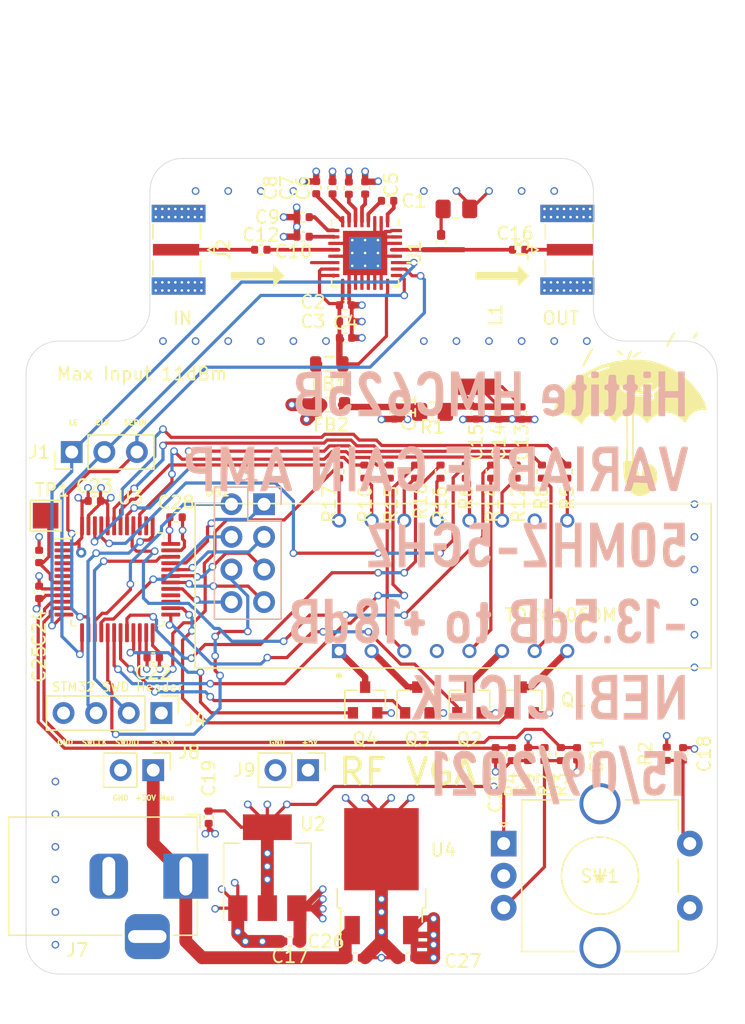
<source format=kicad_pcb>
(kicad_pcb (version 20171130) (host pcbnew "(5.1.12)-1")
  (layers (0 F.Cu signal) (1 In1.Cu power) (2 In2.Cu power) (31 B.Cu signal) (34 B.Paste user) (35 F.Paste user) (36 B.SilkS user) (37 F.SilkS user) (38 B.Mask user) (39 F.Mask user) (44 Edge.Cuts user))
  (net 0 "")
  (net 1 "Net-(C1-Pad2)")
  (net 2 "Net-(C1-Pad1)")
  (net 3 GND)
  (net 4 +5VL)
  (net 5 "Net-(C5-Pad1)")
  (net 6 "Net-(C6-Pad1)")
  (net 7 "Net-(C7-Pad1)")
  (net 8 "Net-(C8-Pad1)")
  (net 9 "Net-(C9-Pad1)")
  (net 10 "Net-(C10-Pad1)")
  (net 11 "Net-(C11-Pad1)")
  (net 12 "Net-(C12-Pad2)")
  (net 13 "Net-(C16-Pad2)")
  (net 14 +5V)
  (net 15 +3V3)
  (net 16 /mcu/ROT_A)
  (net 17 /mcu/ROT_B)
  (net 18 /mcu/~RST)
  (net 19 "Net-(DS1-Pad16)")
  (net 20 "Net-(DS1-Pad15)")
  (net 21 "Net-(DS1-Pad14)")
  (net 22 "Net-(DS1-Pad13)")
  (net 23 "Net-(DS1-Pad12)")
  (net 24 "Net-(DS1-Pad11)")
  (net 25 "Net-(DS1-Pad9)")
  (net 26 "Net-(DS1-Pad8)")
  (net 27 "Net-(DS1-Pad7)")
  (net 28 "Net-(DS1-Pad6)")
  (net 29 "Net-(DS1-Pad5)")
  (net 30 "Net-(DS1-Pad3)")
  (net 31 "Net-(DS1-Pad2)")
  (net 32 "Net-(DS1-Pad1)")
  (net 33 /mcu/CONTROL_WORD_BIT)
  (net 34 /mcu/SERIAL_CLK)
  (net 35 /mcu/LE)
  (net 36 /mcu/SWCLK)
  (net 37 /mcu/SWDIO)
  (net 38 "Net-(J5-Pad8)")
  (net 39 "Net-(J5-Pad7)")
  (net 40 "Net-(J5-Pad6)")
  (net 41 /mcu/DIG4)
  (net 42 /mcu/DIG3)
  (net 43 /mcu/DIG2)
  (net 44 /mcu/DIG1)
  (net 45 /mcu/SEG_DOT)
  (net 46 /mcu/SEG_COLON)
  (net 47 /mcu/SEG_DP)
  (net 48 /mcu/SEG_G)
  (net 49 /mcu/SEG_F)
  (net 50 /mcu/SEG_E)
  (net 51 /mcu/SEG_D)
  (net 52 /mcu/SEG_C)
  (net 53 /mcu/SEG_B)
  (net 54 /mcu/SEG_A)
  (net 55 "Net-(C12-Pad1)")
  (net 56 "Net-(C16-Pad1)")
  (net 57 /mcu/SW)
  (net 58 "Net-(C26-Pad1)")
  (net 59 "Net-(R3-Pad2)")
  (net 60 "Net-(R4-Pad2)")
  (net 61 "Net-(J5-Pad1)")
  (net 62 "Net-(J5-Pad3)")
  (net 63 "Net-(J5-Pad5)")
  (net 64 "Net-(J5-Pad4)")
  (net 65 "Net-(J5-Pad2)")
  (net 66 /vga/V_BIAS)
  (net 67 "Net-(U1-Pad14)")
  (net 68 "Net-(U3-Pad38)")
  (net 69 "Net-(U3-Pad28)")
  (net 70 "Net-(U3-Pad27)")
  (net 71 "Net-(U3-Pad6)")
  (net 72 "Net-(U3-Pad5)")
  (net 73 "Net-(U3-Pad4)")
  (net 74 "Net-(U3-Pad3)")
  (net 75 "Net-(U3-Pad2)")
  (module Resistor_SMD:R_0805_2012Metric_Pad1.20x1.40mm_HandSolder (layer F.Cu) (at 195.7484 90.8558 180)
    (fp_text reference R1 (at 0 -1.17) (layer F.SilkS))
    (fp_text value 1.8)
    (pad 2 smd roundrect (at 1 0 180) (size 1.2 1.4) (layers F.Cu F.Paste F.Mask) (roundrect_rratio 0.208333) (net 11 "Net-(C11-Pad1)"))
    (pad 1 smd roundrect (at -1 0 180) (size 1.2 1.4) (layers F.Cu F.Paste F.Mask) (roundrect_rratio 0.208333) (net 66 /vga/V_BIAS))
  )
  (module Inductor_SMD:L_0805_2012Metric (layer F.Cu) (at 187.833 90.297 180)
    (fp_text reference FB2 (at 0 -1.55) (layer F.SilkS))
    (fp_text value GZ2012D601TF)
    (pad 2 smd roundrect (at 1.0625 0 180) (size 0.875 1.2) (layers F.Cu F.Paste F.Mask) (net 14 +5V))
    (pad 1 smd roundrect (at -1.0625 0 180) (size 0.875 1.2) (layers F.Cu F.Paste F.Mask) (net 11 "Net-(C11-Pad1)"))
  )
  (module Inductor_SMD:L_0805_2012Metric (layer F.Cu) (at 187.706 87.122 180)
    (fp_text reference FB1 (at 0 -1.55) (layer F.SilkS))
    (fp_text value GZ2012D601TF)
    (pad 2 smd roundrect (at 1.0625 0 180) (size 0.875 1.2) (layers F.Cu F.Paste F.Mask) (net 14 +5V))
    (pad 1 smd roundrect (at -1.0625 0 180) (size 0.875 1.2) (layers F.Cu F.Paste F.Mask) (net 4 +5VL))
  )
  (module Capacitor_SMD:C_0805_2012Metric_Pad1.18x1.45mm_HandSolder (layer F.Cu) (at 197.612 75.057)
    (fp_text reference REF** hide)
    (fp_text value C_0805_2012Metric_Pad1.18x1.45mm_HandSolder)
    (pad 2 smd roundrect (at 1.0375 0) (size 1.175 1.45) (layers F.Cu F.Paste F.Mask) (roundrect_rratio 0.213) (net 3 GND))
    (pad 1 smd roundrect (at -1.0375 0) (size 1.175 1.45) (layers F.Cu F.Paste F.Mask) (roundrect_rratio 0.212766))
  )
  (module Inductor_SMD:L_0402_1005Metric_Pad0.77x0.64mm_HandSolder (layer F.Cu) (at 196.4182 77.65288 90)
    (fp_text reference REF** hide)
    (fp_text value L_0402_1005Metric_Pad0.77x0.64mm_HandSolder)
    (pad 2 smd roundrect (at 0.5725 0 90) (size 0.765 0.64) (layers F.Cu F.Paste F.Mask))
    (pad 1 smd roundrect (at -0.5725 0 90) (size 0.4 0.7) (layers F.Cu F.Paste F.Mask))
  )
  (module parts:text (layer B.Cu) (at 194.818 105.664 180)
    (fp_text reference G*** hide)
    (fp_text value LOGO hide)
  )
  (module parts:umbrella (layer F.Cu) (at 211.328 90.932)
    (fp_text reference G*** hide)
    (fp_text value LOGO hide)
  )
  (module Capacitor_SMD:C_0402_1005Metric (layer F.Cu) (at 175.768 99.06)
    (fp_text reference C28 (at 0 -1.16) (layer F.SilkS))
    (fp_text value 0.1u)
    (pad 2 smd roundrect (at 0.48 0) (size 0.56 0.62) (layers F.Cu F.Paste F.Mask) (net 3 GND))
    (pad 1 smd roundrect (at -0.48 0) (size 0.56 0.62) (layers F.Cu F.Paste F.Mask) (net 15 +3V3))
  )
  (module Package_QFP:LQFP-48_7x7mm_P0.5mm (layer F.Cu) (at 171.196 103.886)
    (fp_text reference U3 (at 1.016 -6.35) (layer F.SilkS))
    (fp_text value ﻿STM32L010C6)
    (pad 48 smd roundrect (at -2.75 -4.1625) (size 0.3 1.475) (layers F.Cu F.Paste F.Mask) (net 15 +3V3))
    (pad 47 smd roundrect (at -2.25 -4.1625) (size 0.3 1.475) (layers F.Cu F.Paste F.Mask) (net 3 GND))
    (pad 46 smd roundrect (at -1.75 -4.1625) (size 0.3 1.475) (layers F.Cu F.Paste F.Mask) (net 45 /mcu/SEG_DOT))
    (pad 45 smd roundrect (at -1.25 -4.1625) (size 0.3 1.475) (layers F.Cu F.Paste F.Mask) (net 46 /mcu/SEG_COLON))
    (pad 44 smd roundrect (at -0.75 -4.1625) (size 0.3 1.475) (layers F.Cu F.Paste F.Mask) (net 3 GND))
    (pad 43 smd roundrect (at -0.25 -4.1625) (size 0.3 1.475) (layers F.Cu F.Paste F.Mask) (net 47 /mcu/SEG_DP))
    (pad 42 smd roundrect (at 0.25 -4.1625) (size 0.3 1.475) (layers F.Cu F.Paste F.Mask) (net 48 /mcu/SEG_G))
    (pad 41 smd roundrect (at 0.75 -4.1625) (size 0.3 1.475) (layers F.Cu F.Paste F.Mask) (net 49 /mcu/SEG_F))
    (pad 40 smd roundrect (at 1.25 -4.1625) (size 0.3 1.475) (layers F.Cu F.Paste F.Mask) (net 50 /mcu/SEG_E))
    (pad 39 smd roundrect (at 1.75 -4.1625) (size 0.3 1.475) (layers F.Cu F.Paste F.Mask) (net 51 /mcu/SEG_D))
    (pad 38 smd roundrect (at 2.25 -4.1625) (size 0.3 1.475) (layers F.Cu F.Paste F.Mask) (net 68 "Net-(U3-Pad38)"))
    (pad 37 smd roundrect (at 2.75 -4.1625) (size 0.3 1.475) (layers F.Cu F.Paste F.Mask) (net 36 /mcu/SWCLK))
    (pad 36 smd roundrect (at 4.1625 -2.75) (size 1.475 0.3) (layers F.Cu F.Paste F.Mask) (net 15 +3V3))
    (pad 35 smd roundrect (at 4.1625 -2.25) (size 1.475 0.3) (layers F.Cu F.Paste F.Mask) (net 3 GND))
    (pad 34 smd roundrect (at 4.1625 -1.75) (size 1.475 0.3) (layers F.Cu F.Paste F.Mask) (net 37 /mcu/SWDIO))
    (pad 33 smd roundrect (at 4.1625 -1.25) (size 1.475 0.3) (layers F.Cu F.Paste F.Mask) (net 61 "Net-(J5-Pad1)"))
    (pad 32 smd roundrect (at 4.1625 -0.75) (size 1.475 0.3) (layers F.Cu F.Paste F.Mask) (net 62 "Net-(J5-Pad3)"))
    (pad 31 smd roundrect (at 4.1625 -0.25) (size 1.475 0.3) (layers F.Cu F.Paste F.Mask) (net 63 "Net-(J5-Pad5)"))
    (pad 30 smd roundrect (at 4.1625 0.25) (size 1.475 0.3) (layers F.Cu F.Paste F.Mask) (net 39 "Net-(J5-Pad7)"))
    (pad 29 smd roundrect (at 4.1625 0.75) (size 1.475 0.3) (layers F.Cu F.Paste F.Mask) (net 38 "Net-(J5-Pad8)"))
    (pad 28 smd roundrect (at 4.1625 1.25) (size 1.475 0.3) (layers F.Cu F.Paste F.Mask) (net 69 "Net-(U3-Pad28)"))
    (pad 27 smd roundrect (at 4.1625 1.75) (size 1.475 0.3) (layers F.Cu F.Paste F.Mask) (net 70 "Net-(U3-Pad27)"))
    (pad 26 smd roundrect (at 4.1625 2.25) (size 1.475 0.3) (layers F.Cu F.Paste F.Mask) (net 41 /mcu/DIG4))
    (pad 25 smd roundrect (at 4.1625 2.75) (size 1.475 0.3) (layers F.Cu F.Paste F.Mask) (net 42 /mcu/DIG3))
    (pad 24 smd roundrect (at 2.75 4.1625) (size 0.3 1.475) (layers F.Cu F.Paste F.Mask) (net 15 +3V3))
    (pad 23 smd roundrect (at 2.25 4.1625) (size 0.3 1.475) (layers F.Cu F.Paste F.Mask) (net 3 GND))
    (pad 22 smd roundrect (at 1.75 4.1625) (size 0.3 1.475) (layers F.Cu F.Paste F.Mask) (net 43 /mcu/DIG2))
    (pad 21 smd roundrect (at 1.25 4.1625) (size 0.3 1.475) (layers F.Cu F.Paste F.Mask) (net 44 /mcu/DIG1))
    (pad 20 smd roundrect (at 0.75 4.1625) (size 0.3 1.475) (layers F.Cu F.Paste F.Mask) (net 52 /mcu/SEG_C))
    (pad 19 smd roundrect (at 0.25 4.1625) (size 0.3 1.475) (layers F.Cu F.Paste F.Mask) (net 53 /mcu/SEG_B))
    (pad 18 smd roundrect (at -0.25 4.1625) (size 0.3 1.475) (layers F.Cu F.Paste F.Mask) (net 54 /mcu/SEG_A))
    (pad 17 smd roundrect (at -0.75 4.1625) (size 0.3 1.475) (layers F.Cu F.Paste F.Mask) (net 40 "Net-(J5-Pad6)"))
    (pad 16 smd roundrect (at -1.25 4.1625) (size 0.3 1.475) (layers F.Cu F.Paste F.Mask) (net 64 "Net-(J5-Pad4)"))
    (pad 15 smd roundrect (at -1.75 4.1625) (size 0.3 1.475) (layers F.Cu F.Paste F.Mask) (net 65 "Net-(J5-Pad2)"))
    (pad 14 smd roundrect (at -2.25 4.1625) (size 0.3 1.475) (layers F.Cu F.Paste F.Mask) (net 33 /mcu/CONTROL_WORD_BIT))
    (pad 13 smd roundrect (at -2.75 4.1625) (size 0.3 1.475) (layers F.Cu F.Paste F.Mask) (net 34 /mcu/SERIAL_CLK))
    (pad 12 smd roundrect (at -4.1625 2.75) (size 1.475 0.3) (layers F.Cu F.Paste F.Mask) (net 35 /mcu/LE))
    (pad 11 smd roundrect (at -4.1625 2.25) (size 1.475 0.3) (layers F.Cu F.Paste F.Mask) (net 17 /mcu/ROT_B))
    (pad 10 smd roundrect (at -4.1625 1.75) (size 1.475 0.3) (layers F.Cu F.Paste F.Mask) (net 16 /mcu/ROT_A))
    (pad 9 smd roundrect (at -4.1625 1.25) (size 1.475 0.3) (layers F.Cu F.Paste F.Mask) (net 15 +3V3))
    (pad 8 smd roundrect (at -4.1625 0.75) (size 1.475 0.3) (layers F.Cu F.Paste F.Mask) (net 3 GND))
    (pad 7 smd roundrect (at -4.1625 0.25) (size 1.475 0.3) (layers F.Cu F.Paste F.Mask) (net 18 /mcu/~RST))
    (pad 6 smd roundrect (at -4.1625 -0.25) (size 1.475 0.3) (layers F.Cu F.Paste F.Mask) (net 71 "Net-(U3-Pad6)"))
    (pad 5 smd roundrect (at -4.1625 -0.75) (size 1.475 0.3) (layers F.Cu F.Paste F.Mask) (net 72 "Net-(U3-Pad5)"))
    (pad 4 smd roundrect (at -4.1625 -1.25) (size 1.475 0.3) (layers F.Cu F.Paste F.Mask) (net 73 "Net-(U3-Pad4)"))
    (pad 3 smd roundrect (at -4.1625 -1.75) (size 1.475 0.3) (layers F.Cu F.Paste F.Mask) (net 74 "Net-(U3-Pad3)"))
    (pad 2 smd roundrect (at -4.1625 -2.25) (size 1.475 0.3) (layers F.Cu F.Paste F.Mask) (net 75 "Net-(U3-Pad2)"))
    (pad 1 smd roundrect (at -4.1625 -2.75) (size 1.475 0.3) (layers F.Cu F.Paste F.Mask) (net 15 +3V3))
  )
  (module Connector_PinHeader_2.54mm:PinHeader_2x04_P2.54mm_Vertical (layer B.Cu) (at 182.626 98.044 180)
    (fp_text reference J5 (at 1.27 2.33) (layer B.SilkS) (effects (justify mirror)))
    (fp_text value Conn_02x04_Odd_Even)
    (pad 8 thru_hole oval (at 2.54 -7.62 180) (size 1.7 1.7) (drill 1) (layers *.Cu *.Mask) (net 38 "Net-(J5-Pad8)"))
    (pad 7 thru_hole oval (at 0 -7.62 180) (size 1.7 1.7) (drill 1) (layers *.Cu *.Mask) (net 39 "Net-(J5-Pad7)"))
    (pad 6 thru_hole oval (at 2.54 -5.08 180) (size 1.7 1.7) (drill 1) (layers *.Cu *.Mask) (net 40 "Net-(J5-Pad6)"))
    (pad 5 thru_hole oval (at 0 -5.08 180) (size 1.7 1.7) (drill 1) (layers *.Cu *.Mask) (net 63 "Net-(J5-Pad5)"))
    (pad 4 thru_hole oval (at 2.54 -2.54 180) (size 1.7 1.7) (drill 1) (layers *.Cu *.Mask) (net 64 "Net-(J5-Pad4)"))
    (pad 3 thru_hole oval (at 0 -2.54 180) (size 1.7 1.7) (drill 1) (layers *.Cu *.Mask) (net 62 "Net-(J5-Pad3)"))
    (pad 2 thru_hole oval (at 2.54 0 180) (size 1.7 1.7) (drill 1) (layers *.Cu *.Mask) (net 65 "Net-(J5-Pad2)"))
    (pad 1 thru_hole rect (at 0 0 180) (size 1.7 1.7) (drill 1) (layers *.Cu *.Mask) (net 61 "Net-(J5-Pad1)"))
  )
  (module Resistor_SMD:R_0402_1005Metric (layer F.Cu) (at 194.394665 95.504 270)
    (fp_text reference R18 (at 2.286 -0.423335 90) (layer F.SilkS))
    (fp_text value 82)
    (pad 2 smd roundrect (at 0.51 0 270) (size 0.54 0.64) (layers F.Cu F.Paste F.Mask) (net 21 "Net-(DS1-Pad14)"))
    (pad 1 smd roundrect (at -0.51 0 270) (size 0.54 0.64) (layers F.Cu F.Paste F.Mask) (net 54 /mcu/SEG_A))
  )
  (module Resistor_SMD:R_0402_1005Metric (layer F.Cu) (at 188.468 95.504 270)
    (fp_text reference R17 (at 2.54 0.762 90) (layer F.SilkS))
    (fp_text value 82)
    (pad 2 smd roundrect (at 0.51 0 270) (size 0.54 0.64) (layers F.Cu F.Paste F.Mask) (net 19 "Net-(DS1-Pad16)"))
    (pad 1 smd roundrect (at -0.51 0 270) (size 0.54 0.64) (layers F.Cu F.Paste F.Mask) (net 53 /mcu/SEG_B))
  )
  (module Resistor_SMD:R_0402_1005Metric (layer F.Cu) (at 196.37022 95.504 270)
    (fp_text reference R16 (at 2.54 0.02822 90) (layer F.SilkS))
    (fp_text value 82)
    (pad 2 smd roundrect (at 0.51 0 270) (size 0.54 0.64) (layers F.Cu F.Paste F.Mask) (net 22 "Net-(DS1-Pad13)"))
    (pad 1 smd roundrect (at -0.51 0 270) (size 0.54 0.64) (layers F.Cu F.Paste F.Mask) (net 52 /mcu/SEG_C))
  )
  (module Resistor_SMD:R_0402_1005Metric (layer F.Cu) (at 192.41911 95.504 270)
    (fp_text reference R15 (at 2.54 -0.11289 90) (layer F.SilkS))
    (fp_text value 82)
    (pad 2 smd roundrect (at 0.51 0 270) (size 0.54 0.64) (layers F.Cu F.Paste F.Mask) (net 30 "Net-(DS1-Pad3)"))
    (pad 1 smd roundrect (at -0.51 0 270) (size 0.54 0.64) (layers F.Cu F.Paste F.Mask) (net 51 /mcu/SEG_D))
  )
  (module Resistor_SMD:R_0402_1005Metric (layer F.Cu) (at 200.32133 95.504 270)
    (fp_text reference R14 (at 2.54 -0.08467 90) (layer F.SilkS))
    (fp_text value 82)
    (pad 2 smd roundrect (at 0.51 0 270) (size 0.54 0.64) (layers F.Cu F.Paste F.Mask) (net 29 "Net-(DS1-Pad5)"))
    (pad 1 smd roundrect (at -0.51 0 270) (size 0.54 0.64) (layers F.Cu F.Paste F.Mask) (net 50 /mcu/SEG_E))
  )
  (module Resistor_SMD:R_0402_1005Metric (layer F.Cu) (at 202.296885 95.504 270)
    (fp_text reference R12 (at 2.54 -0.141115 90) (layer F.SilkS))
    (fp_text value 82)
    (pad 2 smd roundrect (at 0.51 0 270) (size 0.54 0.64) (layers F.Cu F.Paste F.Mask) (net 24 "Net-(DS1-Pad11)"))
    (pad 1 smd roundrect (at -0.51 0 270) (size 0.54 0.64) (layers F.Cu F.Paste F.Mask) (net 49 /mcu/SEG_F))
  )
  (module Resistor_SMD:R_0402_1005Metric (layer F.Cu) (at 190.443555 95.504 270)
    (fp_text reference R10 (at 2.54 -0.056445 90) (layer F.SilkS))
    (fp_text value 82)
    (pad 2 smd roundrect (at 0.51 0 270) (size 0.54 0.64) (layers F.Cu F.Paste F.Mask) (net 20 "Net-(DS1-Pad15)"))
    (pad 1 smd roundrect (at -0.51 0 270) (size 0.54 0.64) (layers F.Cu F.Paste F.Mask) (net 48 /mcu/SEG_G))
  )
  (module Resistor_SMD:R_0402_1005Metric (layer F.Cu) (at 203.198 117.495 90)
    (fp_text reference R9 (at -2.393 0.002 90) (layer F.SilkS))
    (fp_text value 10k)
    (pad 2 smd roundrect (at 0.51 0 90) (size 0.54 0.64) (layers F.Cu F.Paste F.Mask) (net 15 +3V3))
    (pad 1 smd roundrect (at -0.51 0 90) (size 0.54 0.64) (layers F.Cu F.Paste F.Mask) (net 60 "Net-(R4-Pad2)"))
  )
  (module Resistor_SMD:R_0402_1005Metric (layer F.Cu) (at 204.27244 95.504 270)
    (fp_text reference R8 (at 2.032 0.05644 90) (layer F.SilkS))
    (fp_text value 82)
    (pad 2 smd roundrect (at 0.51 0 270) (size 0.54 0.64) (layers F.Cu F.Paste F.Mask) (net 27 "Net-(DS1-Pad7)"))
    (pad 1 smd roundrect (at -0.51 0 270) (size 0.54 0.64) (layers F.Cu F.Paste F.Mask) (net 47 /mcu/SEG_DP))
  )
  (module Resistor_SMD:R_0402_1005Metric (layer F.Cu) (at 204.472 117.495 90)
    (fp_text reference R7 (at -2.393 -0.002 90) (layer F.SilkS))
    (fp_text value 10k)
    (pad 2 smd roundrect (at 0.51 0 90) (size 0.54 0.64) (layers F.Cu F.Paste F.Mask) (net 15 +3V3))
    (pad 1 smd roundrect (at -0.51 0 90) (size 0.54 0.64) (layers F.Cu F.Paste F.Mask) (net 59 "Net-(R3-Pad2)"))
  )
  (module Resistor_SMD:R_0402_1005Metric (layer F.Cu) (at 198.345775 95.504 270)
    (fp_text reference R6 (at 2.032 -0.028225 90) (layer F.SilkS))
    (fp_text value 82)
    (pad 2 smd roundrect (at 0.51 0 270) (size 0.54 0.64) (layers F.Cu F.Paste F.Mask) (net 23 "Net-(DS1-Pad12)"))
    (pad 1 smd roundrect (at -0.51 0 270) (size 0.54 0.64) (layers F.Cu F.Paste F.Mask) (net 46 /mcu/SEG_COLON))
  )
  (module Resistor_SMD:R_0402_1005Metric (layer F.Cu) (at 206.248 95.504 270)
    (fp_text reference R5 (at 2.032 0 90) (layer F.SilkS))
    (fp_text value 82)
    (pad 2 smd roundrect (at 0.51 0 270) (size 0.54 0.64) (layers F.Cu F.Paste F.Mask) (net 25 "Net-(DS1-Pad9)"))
    (pad 1 smd roundrect (at -0.51 0 270) (size 0.54 0.64) (layers F.Cu F.Paste F.Mask) (net 45 /mcu/SEG_DOT))
  )
  (module Resistor_SMD:R_0402_1005Metric (layer F.Cu) (at 201.924 117.495 270)
    (fp_text reference R4 (at 2.393 -0.006 90) (layer F.SilkS))
    (fp_text value 10k)
    (pad 2 smd roundrect (at 0.51 0 270) (size 0.54 0.64) (layers F.Cu F.Paste F.Mask) (net 60 "Net-(R4-Pad2)"))
    (pad 1 smd roundrect (at -0.51 0 270) (size 0.54 0.64) (layers F.Cu F.Paste F.Mask) (net 16 /mcu/ROT_A))
  )
  (module Resistor_SMD:R_0402_1005Metric (layer F.Cu) (at 205.746 117.495 270)
    (fp_text reference R3 (at 2.393 0.006 90) (layer F.SilkS))
    (fp_text value 10k)
    (pad 2 smd roundrect (at 0.51 0 270) (size 0.54 0.64) (layers F.Cu F.Paste F.Mask) (net 59 "Net-(R3-Pad2)"))
    (pad 1 smd roundrect (at -0.51 0 270) (size 0.54 0.64) (layers F.Cu F.Paste F.Mask) (net 17 /mcu/ROT_B))
  )
  (module Resistor_SMD:R_0402_1005Metric (layer F.Cu) (at 213.995 117.475 90)
    (fp_text reference R2 (at 0 -1.651 270) (layer F.SilkS))
    (fp_text value 10k)
    (pad 2 smd roundrect (at 0.51 0 90) (size 0.54 0.64) (layers F.Cu F.Paste F.Mask) (net 15 +3V3))
    (pad 1 smd roundrect (at -0.51 0 90) (size 0.54 0.64) (layers F.Cu F.Paste F.Mask) (net 57 /mcu/SW))
  )
  (module Capacitor_SMD:C_0402_1005Metric (layer F.Cu) (at 193.815 133.35 180)
    (fp_text reference C27 (at -4.305 -0.254) (layer F.SilkS))
    (fp_text value 1u)
    (pad 2 smd roundrect (at 0.48 0 180) (size 0.56 0.62) (layers F.Cu F.Paste F.Mask) (net 3 GND))
    (pad 1 smd roundrect (at -0.48 0 180) (size 0.56 0.62) (layers F.Cu F.Paste F.Mask) (net 14 +5V))
  )
  (module Capacitor_SMD:C_0402_1005Metric (layer F.Cu) (at 189.725 133.35)
    (fp_text reference C26 (at -2.273 -1.27) (layer F.SilkS))
    (fp_text value 1u)
    (pad 2 smd roundrect (at 0.48 0) (size 0.56 0.62) (layers F.Cu F.Paste F.Mask) (net 3 GND))
    (pad 1 smd roundrect (at -0.48 0) (size 0.56 0.62) (layers F.Cu F.Paste F.Mask) (net 58 "Net-(C26-Pad1)"))
  )
  (module Capacitor_SMD:C_0402_1005Metric (layer F.Cu) (at 165.1 104.902 90)
    (fp_text reference C25 (at -5.588 0 90) (layer F.SilkS))
    (fp_text value 0.1u)
    (pad 2 smd roundrect (at 0.48 0 90) (size 0.56 0.62) (layers F.Cu F.Paste F.Mask) (net 3 GND))
    (pad 1 smd roundrect (at -0.48 0 90) (size 0.56 0.62) (layers F.Cu F.Paste F.Mask) (net 15 +3V3))
  )
  (module Capacitor_SMD:C_0402_1005Metric (layer F.Cu) (at 165.1 102.108 90)
    (fp_text reference C24 (at -5.588 0 90) (layer F.SilkS))
    (fp_text value 0.1u)
    (pad 2 smd roundrect (at 0.48 0 90) (size 0.56 0.62) (layers F.Cu F.Paste F.Mask) (net 3 GND))
    (pad 1 smd roundrect (at -0.48 0 90) (size 0.56 0.62) (layers F.Cu F.Paste F.Mask) (net 18 /mcu/~RST))
  )
  (module Capacitor_SMD:C_0402_1005Metric (layer F.Cu) (at 169.405 97.79)
    (fp_text reference C23 (at 0 -1.16) (layer F.SilkS))
    (fp_text value 0.1u)
    (pad 2 smd roundrect (at 0.48 0) (size 0.56 0.62) (layers F.Cu F.Paste F.Mask) (net 3 GND))
    (pad 1 smd roundrect (at -0.48 0) (size 0.56 0.62) (layers F.Cu F.Paste F.Mask) (net 15 +3V3))
  )
  (module Capacitor_SMD:C_0402_1005Metric (layer F.Cu) (at 173.99 109.982 180)
    (fp_text reference C22 (at 0 -1.16) (layer F.SilkS))
    (fp_text value 0.1u)
    (pad 2 smd roundrect (at 0.48 0 180) (size 0.56 0.62) (layers F.Cu F.Paste F.Mask) (net 3 GND))
    (pad 1 smd roundrect (at -0.48 0 180) (size 0.56 0.62) (layers F.Cu F.Paste F.Mask) (net 15 +3V3))
  )
  (module Capacitor_SMD:C_0402_1005Metric (layer F.Cu) (at 207.01 117.475 270)
    (fp_text reference C21 (at 0.127 -1.524 90) (layer F.SilkS))
    (fp_text value 10n)
    (pad 2 smd roundrect (at 0.48 0 270) (size 0.56 0.62) (layers F.Cu F.Paste F.Mask) (net 3 GND))
    (pad 1 smd roundrect (at -0.48 0 270) (size 0.56 0.62) (layers F.Cu F.Paste F.Mask) (net 17 /mcu/ROT_B))
  )
  (module Capacitor_SMD:C_0402_1005Metric (layer F.Cu) (at 200.66 117.475 270)
    (fp_text reference C20 (at 3.175 0 90) (layer F.SilkS))
    (fp_text value 10n)
    (pad 2 smd roundrect (at 0.48 0 270) (size 0.56 0.62) (layers F.Cu F.Paste F.Mask) (net 3 GND))
    (pad 1 smd roundrect (at -0.48 0 270) (size 0.56 0.62) (layers F.Cu F.Paste F.Mask) (net 16 /mcu/ROT_A))
  )
  (module Capacitor_SMD:C_0402_1005Metric (layer F.Cu) (at 178.308 122.415 270)
    (fp_text reference C19 (at -3.035 0 90) (layer F.SilkS))
    (fp_text value 1u)
    (pad 2 smd roundrect (at 0.48 0 270) (size 0.56 0.62) (layers F.Cu F.Paste F.Mask) (net 3 GND))
    (pad 1 smd roundrect (at -0.48 0 270) (size 0.56 0.62) (layers F.Cu F.Paste F.Mask) (net 15 +3V3))
  )
  (module Capacitor_SMD:C_0402_1005Metric (layer F.Cu) (at 215.265 117.475 90)
    (fp_text reference C18 (at 0 1.651 90) (layer F.SilkS))
    (fp_text value 10n)
    (pad 2 smd roundrect (at 0.48 0 90) (size 0.56 0.62) (layers F.Cu F.Paste F.Mask) (net 3 GND))
    (pad 1 smd roundrect (at -0.48 0 90) (size 0.56 0.62) (layers F.Cu F.Paste F.Mask) (net 57 /mcu/SW))
  )
  (module Capacitor_SMD:C_0402_1005Metric (layer F.Cu) (at 184.645 132.08 180)
    (fp_text reference C17 (at 0 -1.16) (layer F.SilkS))
    (fp_text value 1u)
    (pad 2 smd roundrect (at 0.48 0 180) (size 0.56 0.62) (layers F.Cu F.Paste F.Mask) (net 3 GND))
    (pad 1 smd roundrect (at -0.48 0 180) (size 0.56 0.62) (layers F.Cu F.Paste F.Mask) (net 14 +5V))
  )
  (module Capacitor_SMD:C_0402_1005Metric (layer F.Cu) (at 202.466 78.232 180)
    (fp_text reference C16 (at 0.282 1.27) (layer F.SilkS))
    (fp_text value 0.1u)
    (pad 2 smd roundrect (at 0.48 0 180) (size 0.56 0.62) (layers F.Cu F.Paste F.Mask) (net 13 "Net-(C16-Pad2)"))
    (pad 1 smd roundrect (at -0.48 0 180) (size 0.56 0.62) (layers F.Cu F.Paste F.Mask) (net 56 "Net-(C16-Pad1)"))
  )
  (module Capacitor_SMD:C_0402_1005Metric (layer F.Cu) (at 199.136 90.932 270)
    (fp_text reference C15 (at 2.286 0 90) (layer F.SilkS))
    (fp_text value 0.1n)
    (pad 2 smd roundrect (at 0.48 0 270) (size 0.56 0.62) (layers F.Cu F.Paste F.Mask) (net 3 GND))
    (pad 1 smd roundrect (at -0.48 0 270) (size 0.56 0.62) (layers F.Cu F.Paste F.Mask) (net 66 /vga/V_BIAS))
  )
  (module Capacitor_SMD:C_0402_1005Metric (layer F.Cu) (at 200.914 90.945 270)
    (fp_text reference C14 (at 2.273 0 90) (layer F.SilkS))
    (fp_text value 1n)
    (pad 2 smd roundrect (at 0.48 0 270) (size 0.56 0.62) (layers F.Cu F.Paste F.Mask) (net 3 GND))
    (pad 1 smd roundrect (at -0.48 0 270) (size 0.56 0.62) (layers F.Cu F.Paste F.Mask) (net 66 /vga/V_BIAS))
  )
  (module Capacitor_SMD:C_0402_1005Metric (layer F.Cu) (at 202.692 90.945 270)
    (fp_text reference C13 (at 2.273 0 90) (layer F.SilkS))
    (fp_text value 2.2u)
    (pad 2 smd roundrect (at 0.48 0 270) (size 0.56 0.62) (layers F.Cu F.Paste F.Mask) (net 3 GND))
    (pad 1 smd roundrect (at -0.48 0 270) (size 0.56 0.62) (layers F.Cu F.Paste F.Mask) (net 66 /vga/V_BIAS))
  )
  (module Capacitor_SMD:C_0402_1005Metric (layer F.Cu) (at 182.372 78.232)
    (fp_text reference C12 (at 0 -1.16) (layer F.SilkS))
    (fp_text value 0.1u)
    (pad 2 smd roundrect (at 0.48 0) (size 0.56 0.62) (layers F.Cu F.Paste F.Mask) (net 12 "Net-(C12-Pad2)"))
    (pad 1 smd roundrect (at -0.48 0) (size 0.56 0.62) (layers F.Cu F.Paste F.Mask) (net 55 "Net-(C12-Pad1)"))
  )
  (module Capacitor_SMD:C_0402_1005Metric (layer F.Cu) (at 192.786 90.932 270)
    (fp_text reference C11 (at 0 -1.16 90) (layer F.SilkS))
    (fp_text value 1n)
    (pad 2 smd roundrect (at 0.48 0 270) (size 0.56 0.62) (layers F.Cu F.Paste F.Mask) (net 3 GND))
    (pad 1 smd roundrect (at -0.48 0 270) (size 0.56 0.62) (layers F.Cu F.Paste F.Mask) (net 11 "Net-(C11-Pad1)"))
  )
  (module Capacitor_SMD:C_0402_1005Metric (layer F.Cu) (at 185.661 77.216 180)
    (fp_text reference C10 (at 0.749 -1.16) (layer F.SilkS))
    (fp_text value 330p)
    (pad 2 smd roundrect (at 0.48 0 180) (size 0.56 0.62) (layers F.Cu F.Paste F.Mask) (net 3 GND))
    (pad 1 smd roundrect (at -0.48 0 180) (size 0.56 0.62) (layers F.Cu F.Paste F.Mask) (net 10 "Net-(C10-Pad1)"))
  )
  (module Capacitor_SMD:C_0402_1005Metric (layer F.Cu) (at 185.661 75.692 180)
    (fp_text reference C9 (at 2.781 0) (layer F.SilkS))
    (fp_text value 330p)
    (pad 2 smd roundrect (at 0.48 0 180) (size 0.56 0.62) (layers F.Cu F.Paste F.Mask) (net 3 GND))
    (pad 1 smd roundrect (at -0.48 0 180) (size 0.56 0.62) (layers F.Cu F.Paste F.Mask) (net 9 "Net-(C9-Pad1)"))
  )
  (module Capacitor_SMD:C_0402_1005Metric (layer F.Cu) (at 186.69 73.393 90)
    (fp_text reference C8 (at -0.013 -3.556 90) (layer F.SilkS))
    (fp_text value 330p)
    (pad 2 smd roundrect (at 0.48 0 90) (size 0.56 0.62) (layers F.Cu F.Paste F.Mask) (net 3 GND))
    (pad 1 smd roundrect (at -0.48 0 90) (size 0.56 0.62) (layers F.Cu F.Paste F.Mask) (net 8 "Net-(C8-Pad1)"))
  )
  (module Capacitor_SMD:C_0402_1005Metric (layer F.Cu) (at 187.96 73.406 90)
    (fp_text reference C7 (at 0 -3.556 90) (layer F.SilkS))
    (fp_text value 330p)
    (pad 2 smd roundrect (at 0.48 0 90) (size 0.56 0.62) (layers F.Cu F.Paste F.Mask) (net 3 GND))
    (pad 1 smd roundrect (at -0.48 0 90) (size 0.56 0.62) (layers F.Cu F.Paste F.Mask) (net 7 "Net-(C7-Pad1)"))
  )
  (module Capacitor_SMD:C_0402_1005Metric (layer F.Cu) (at 189.23 73.434 90)
    (fp_text reference C6 (at 0 -3.556 90) (layer F.SilkS))
    (fp_text value 330p)
    (pad 2 smd roundrect (at 0.48 0 90) (size 0.56 0.62) (layers F.Cu F.Paste F.Mask) (net 3 GND))
    (pad 1 smd roundrect (at -0.48 0 90) (size 0.56 0.62) (layers F.Cu F.Paste F.Mask) (net 6 "Net-(C6-Pad1)"))
  )
  (module Capacitor_SMD:C_0402_1005Metric (layer F.Cu) (at 190.5 73.419 90)
    (fp_text reference C5 (at 0.267 2.032 90) (layer F.SilkS))
    (fp_text value 330p)
    (pad 2 smd roundrect (at 0.48 0 90) (size 0.56 0.62) (layers F.Cu F.Paste F.Mask) (net 3 GND))
    (pad 1 smd roundrect (at -0.48 0 90) (size 0.56 0.62) (layers F.Cu F.Paste F.Mask) (net 5 "Net-(C5-Pad1)"))
  )
  (module Capacitor_SMD:C_0402_1005Metric (layer F.Cu) (at 188.976 85.09)
    (fp_text reference C4 (at 0 -1.16) (layer F.SilkS))
    (fp_text value 1u)
    (pad 2 smd roundrect (at 0.48 0) (size 0.56 0.62) (layers F.Cu F.Paste F.Mask) (net 3 GND))
    (pad 1 smd roundrect (at -0.48 0) (size 0.56 0.62) (layers F.Cu F.Paste F.Mask) (net 4 +5VL))
  )
  (module Capacitor_SMD:C_0402_1005Metric (layer F.Cu) (at 188.976 83.82)
    (fp_text reference C3 (at -2.54 0) (layer F.SilkS))
    (fp_text value 1n)
    (pad 2 smd roundrect (at 0.48 0) (size 0.56 0.62) (layers F.Cu F.Paste F.Mask) (net 3 GND))
    (pad 1 smd roundrect (at -0.48 0) (size 0.56 0.62) (layers F.Cu F.Paste F.Mask) (net 4 +5VL))
  )
  (module Capacitor_SMD:C_0402_1005Metric (layer F.Cu) (at 188.976 82.55)
    (fp_text reference C2 (at -2.54 -0.254) (layer F.SilkS))
    (fp_text value 0.1n)
    (pad 2 smd roundrect (at 0.48 0) (size 0.56 0.62) (layers F.Cu F.Paste F.Mask) (net 3 GND))
    (pad 1 smd roundrect (at -0.48 0) (size 0.56 0.62) (layers F.Cu F.Paste F.Mask) (net 4 +5VL))
  )
  (module Capacitor_SMD:C_0402_1005Metric (layer F.Cu) (at 192.25 74.422)
    (fp_text reference C1 (at 2.06 0) (layer F.SilkS))
    (fp_text value 0.1u)
    (pad 2 smd roundrect (at 0.48 0) (size 0.56 0.62) (layers F.Cu F.Paste F.Mask) (net 1 "Net-(C1-Pad2)"))
    (pad 1 smd roundrect (at -0.48 0) (size 0.56 0.62) (layers F.Cu F.Paste F.Mask) (net 2 "Net-(C1-Pad1)"))
  )
  (module 4310LC:4310LC (layer F.Cu) (at 199.39 83.565 90)
    (fp_text reference L1 (at 0.253 1.27 90) (layer F.SilkS))
    (fp_text value 3.5u)
    (pad 1 smd rect (at -5.335 0 90) (size 1.27 3.3) (layers F.Cu F.Paste F.Mask) (net 66 /vga/V_BIAS))
    (pad e2 smd rect (at 5.335 -2.79 90) (size 0.4 3.3) (layers F.Cu F.Paste F.Mask))
  )
  (module Connector_BarrelJack:BarrelJack_Horizontal (layer F.Cu) (at 176.53 127)
    (fp_text reference J7 (at -8.45 5.75) (layer F.SilkS))
    (fp_text value Barrel_Jack_Switch)
    (pad 3 thru_hole roundrect (at -3 4.7) (size 3.5 3.5) (drill oval 3 1) (layers *.Cu *.Mask) (net 3 GND))
    (pad 2 thru_hole roundrect (at -6 0) (size 3 3.5) (drill oval 1 3) (layers *.Cu *.Mask) (net 3 GND))
    (pad 1 thru_hole rect (at 0 0) (size 3.5 3.5) (drill oval 1 3) (layers *.Cu *.Mask) (net 58 "Net-(C26-Pad1)"))
  )
  (module TestPoint:TestPoint_Pad_2.0x2.0mm (layer F.Cu) (at 165.608 98.933)
    (fp_text reference TP1 (at 0.508 -1.998) (layer F.SilkS))
    (fp_text value TestPoint)
    (pad 1 smd rect (at 0 0) (size 2 2) (layers F.Cu F.Mask) (net 18 /mcu/~RST))
  )
  (module Rotary_Encoder:RotaryEncoder_Alps_EC11E-Switch_Vertical_H20mm_CircularMountingHoles (layer F.Cu) (at 201.295 124.46)
    (fp_text reference SW1 (at 7.493 2.54) (layer F.SilkS))
    (fp_text value Rotary_Encoder_Switch)
    (pad A thru_hole rect (at 0 0) (size 2 2) (drill 1) (layers *.Cu *.Mask) (net 60 "Net-(R4-Pad2)"))
    (pad C thru_hole circle (at 0 2.5) (size 2 2) (drill 1) (layers *.Cu *.Mask) (net 3 GND))
    (pad B thru_hole circle (at 0 5) (size 2 2) (drill 1) (layers *.Cu *.Mask) (net 59 "Net-(R3-Pad2)"))
    (pad MP thru_hole circle (at 7.5 -3.1) (size 3.2 3.2) (drill 2.6) (layers *.Cu *.Mask))
    (pad MP thru_hole circle (at 7.5 8.1) (size 3.2 3.2) (drill 2.6) (layers *.Cu *.Mask))
    (pad S2 thru_hole circle (at 14.5 0) (size 2 2) (drill 1) (layers *.Cu *.Mask) (net 57 /mcu/SW))
    (pad S1 thru_hole circle (at 14.5 5) (size 2 2) (drill 1) (layers *.Cu *.Mask) (net 3 GND))
  )
  (module Connector_PinHeader_2.54mm:PinHeader_1x02_P2.54mm_Vertical (layer F.Cu) (at 186.055 118.745 270)
    (fp_text reference J9 (at 0 4.953 180) (layer F.SilkS))
    (fp_text value "5V input bypass")
    (pad 2 thru_hole oval (at 0 2.54 270) (size 1.7 1.7) (drill 1) (layers *.Cu *.Mask) (net 3 GND))
    (pad 1 thru_hole rect (at 0 0 270) (size 1.7 1.7) (drill 1) (layers *.Cu *.Mask) (net 14 +5V))
  )
  (module Connector_PinHeader_2.54mm:PinHeader_1x02_P2.54mm_Vertical (layer F.Cu) (at 173.99 118.745 270)
    (fp_text reference J8 (at -1.397 -2.794 180) (layer F.SilkS))
    (fp_text value "30V input")
    (pad 2 thru_hole oval (at 0 2.54 270) (size 1.7 1.7) (drill 1) (layers *.Cu *.Mask) (net 3 GND))
    (pad 1 thru_hole rect (at 0 0 270) (size 1.7 1.7) (drill 1) (layers *.Cu *.Mask) (net 58 "Net-(C26-Pad1)"))
  )
  (module Package_TO_SOT_SMD:TO-252-2 (layer F.Cu) (at 191.77 127 90)
    (fp_text reference U4 (at 2.032 4.826 180) (layer F.SilkS))
    (fp_text value LM78M05_TO252)
    (pad 2 smd rect (at 2.1 0 90) (size 6.4 5.8) (layers F.Cu F.Mask) (net 3 GND))
    (pad 3 smd rect (at -4.2 2.28 90) (size 2.2 1.2) (layers F.Cu F.Paste F.Mask) (net 14 +5V))
    (pad 1 smd rect (at -4.2 -2.28 90) (size 2.2 1.2) (layers F.Cu F.Paste F.Mask) (net 58 "Net-(C26-Pad1)"))
  )
  (module parts:SMA_Samtec_SMA-J-P-X-ST-EM1_EdgeMount_withSTEP (layer F.Cu) (at 206.248 78.232 90)
    (fp_text reference J3 (at 0 -3.5 90) (layer F.SilkS))
    (fp_text value Output)
    (pad 2 thru_hole circle (at -2.54 0.762 90) (size 0.4 0.4) (drill 0.2) (layers *.Cu) (net 3 GND))
    (pad 2 thru_hole circle (at -2.54 -0.762 90) (size 0.4 0.4) (drill 0.2) (layers *.Cu) (net 3 GND))
    (pad 2 thru_hole circle (at -2.54 -0.254 90) (size 0.4 0.4) (drill 0.2) (layers *.Cu) (net 3 GND))
    (pad 2 thru_hole circle (at -2.54 -1.27 90) (size 0.4 0.4) (drill 0.2) (layers *.Cu) (net 3 GND))
    (pad 2 thru_hole circle (at -2.54 1.27 90) (size 0.4 0.4) (drill 0.2) (layers *.Cu) (net 3 GND))
    (pad 2 thru_hole circle (at -2.54 1.778 90) (size 0.4 0.4) (drill 0.2) (layers *.Cu) (net 3 GND))
    (pad 2 thru_hole circle (at -2.54 0.254 90) (size 0.4 0.4) (drill 0.2) (layers *.Cu) (net 3 GND))
    (pad 2 thru_hole circle (at -2.54 -1.778 90) (size 0.4 0.4) (drill 0.2) (layers *.Cu) (net 3 GND))
    (pad 2 thru_hole circle (at 2.54 0.762 90) (size 0.4 0.4) (drill 0.2) (layers *.Cu) (net 3 GND))
    (pad 2 thru_hole circle (at 2.54 -0.762 90) (size 0.4 0.4) (drill 0.2) (layers *.Cu) (net 3 GND))
    (pad 2 thru_hole circle (at 2.54 -0.254 90) (size 0.4 0.4) (drill 0.2) (layers *.Cu) (net 3 GND))
    (pad 2 thru_hole circle (at 2.54 -1.27 90) (size 0.4 0.4) (drill 0.2) (layers *.Cu) (net 3 GND))
    (pad 2 thru_hole circle (at 2.54 1.27 90) (size 0.4 0.4) (drill 0.2) (layers *.Cu) (net 3 GND))
    (pad 2 thru_hole circle (at 2.54 1.778 90) (size 0.4 0.4) (drill 0.2) (layers *.Cu) (net 3 GND))
    (pad 2 thru_hole circle (at 2.54 0.254 90) (size 0.4 0.4) (drill 0.2) (layers *.Cu) (net 3 GND))
    (pad 2 thru_hole circle (at 2.54 -1.778 90) (size 0.4 0.4) (drill 0.2) (layers *.Cu) (net 3 GND))
    (pad 2 thru_hole circle (at 3.175 0.762 90) (size 0.4 0.4) (drill 0.2) (layers *.Cu) (net 3 GND))
    (pad 2 thru_hole circle (at 3.175 -0.762 90) (size 0.4 0.4) (drill 0.2) (layers *.Cu) (net 3 GND))
    (pad 2 thru_hole circle (at 3.175 -0.254 90) (size 0.4 0.4) (drill 0.2) (layers *.Cu) (net 3 GND))
    (pad 2 thru_hole circle (at 3.175 -1.27 90) (size 0.4 0.4) (drill 0.2) (layers *.Cu) (net 3 GND))
    (pad 2 thru_hole circle (at 3.175 1.27 90) (size 0.4 0.4) (drill 0.2) (layers *.Cu) (net 3 GND))
    (pad 2 thru_hole circle (at 3.175 1.778 90) (size 0.4 0.4) (drill 0.2) (layers *.Cu) (net 3 GND))
    (pad 2 thru_hole circle (at 3.175 0.254 90) (size 0.4 0.4) (drill 0.2) (layers *.Cu) (net 3 GND))
    (pad 2 thru_hole circle (at 3.175 -1.778 90) (size 0.4 0.4) (drill 0.2) (layers *.Cu) (net 3 GND))
    (pad 2 thru_hole circle (at -3.175 1.27 90) (size 0.4 0.4) (drill 0.2) (layers *.Cu) (net 3 GND))
    (pad 2 thru_hole circle (at -3.175 1.778 90) (size 0.4 0.4) (drill 0.2) (layers *.Cu) (net 3 GND))
    (pad 2 thru_hole circle (at -3.175 0.254 90) (size 0.4 0.4) (drill 0.2) (layers *.Cu) (net 3 GND))
    (pad 2 thru_hole circle (at -3.175 0.762 90) (size 0.4 0.4) (drill 0.2) (layers *.Cu) (net 3 GND))
    (pad 2 thru_hole circle (at -3.175 -0.762 90) (size 0.4 0.4) (drill 0.2) (layers *.Cu) (net 3 GND))
    (pad 2 thru_hole circle (at -3.175 -0.254 90) (size 0.4 0.4) (drill 0.2) (layers *.Cu) (net 3 GND))
    (pad 2 thru_hole circle (at -3.175 -1.27 90) (size 0.4 0.4) (drill 0.2) (layers *.Cu) (net 3 GND))
    (pad 2 thru_hole circle (at -3.175 -1.778 90) (size 0.4 0.4) (drill 0.2) (layers *.Cu) (net 3 GND))
    (pad 1 smd rect (at 0 0.2 90) (size 0.9 3.6) (layers F.Cu F.Paste F.Mask) (net 56 "Net-(C16-Pad1)"))
    (pad 2 smd rect (at 2.825 0 90) (size 1.35 4.2) (layers F.Cu F.Paste F.Mask) (net 3 GND))
    (pad 2 smd rect (at -2.825 0 90) (size 1.35 4.2) (layers F.Cu F.Paste F.Mask) (net 3 GND))
    (pad 2 smd rect (at 2.825 0 90) (size 1.35 4.2) (layers B.Cu B.Paste B.Mask) (net 3 GND))
    (pad 2 smd rect (at -2.825 0 90) (size 1.35 4.2) (layers B.Cu B.Paste B.Mask) (net 3 GND))
  )
  (module parts:SMA_Samtec_SMA-J-P-X-ST-EM1_EdgeMount_withSTEP (layer F.Cu) (at 175.968 78.232 270)
    (fp_text reference J2 (at 0 -3.5 90) (layer F.SilkS))
    (fp_text value Input)
    (pad 2 thru_hole circle (at -2.54 0.762 270) (size 0.4 0.4) (drill 0.2) (layers *.Cu) (net 3 GND))
    (pad 2 thru_hole circle (at -2.54 -0.762 270) (size 0.4 0.4) (drill 0.2) (layers *.Cu) (net 3 GND))
    (pad 2 thru_hole circle (at -2.54 -0.254 270) (size 0.4 0.4) (drill 0.2) (layers *.Cu) (net 3 GND))
    (pad 2 thru_hole circle (at -2.54 -1.27 270) (size 0.4 0.4) (drill 0.2) (layers *.Cu) (net 3 GND))
    (pad 2 thru_hole circle (at -2.54 1.27 270) (size 0.4 0.4) (drill 0.2) (layers *.Cu) (net 3 GND))
    (pad 2 thru_hole circle (at -2.54 1.778 270) (size 0.4 0.4) (drill 0.2) (layers *.Cu) (net 3 GND))
    (pad 2 thru_hole circle (at -2.54 0.254 270) (size 0.4 0.4) (drill 0.2) (layers *.Cu) (net 3 GND))
    (pad 2 thru_hole circle (at -2.54 -1.778 270) (size 0.4 0.4) (drill 0.2) (layers *.Cu) (net 3 GND))
    (pad 2 thru_hole circle (at 2.54 0.762 270) (size 0.4 0.4) (drill 0.2) (layers *.Cu) (net 3 GND))
    (pad 2 thru_hole circle (at 2.54 -0.762 270) (size 0.4 0.4) (drill 0.2) (layers *.Cu) (net 3 GND))
    (pad 2 thru_hole circle (at 2.54 -0.254 270) (size 0.4 0.4) (drill 0.2) (layers *.Cu) (net 3 GND))
    (pad 2 thru_hole circle (at 2.54 -1.27 270) (size 0.4 0.4) (drill 0.2) (layers *.Cu) (net 3 GND))
    (pad 2 thru_hole circle (at 2.54 1.27 270) (size 0.4 0.4) (drill 0.2) (layers *.Cu) (net 3 GND))
    (pad 2 thru_hole circle (at 2.54 1.778 270) (size 0.4 0.4) (drill 0.2) (layers *.Cu) (net 3 GND))
    (pad 2 thru_hole circle (at 2.54 0.254 270) (size 0.4 0.4) (drill 0.2) (layers *.Cu) (net 3 GND))
    (pad 2 thru_hole circle (at 2.54 -1.778 270) (size 0.4 0.4) (drill 0.2) (layers *.Cu) (net 3 GND))
    (pad 2 thru_hole circle (at 3.175 0.762 270) (size 0.4 0.4) (drill 0.2) (layers *.Cu) (net 3 GND))
    (pad 2 thru_hole circle (at 3.175 -0.762 270) (size 0.4 0.4) (drill 0.2) (layers *.Cu) (net 3 GND))
    (pad 2 thru_hole circle (at 3.175 -0.254 270) (size 0.4 0.4) (drill 0.2) (layers *.Cu) (net 3 GND))
    (pad 2 thru_hole circle (at 3.175 -1.27 270) (size 0.4 0.4) (drill 0.2) (layers *.Cu) (net 3 GND))
    (pad 2 thru_hole circle (at 3.175 1.27 270) (size 0.4 0.4) (drill 0.2) (layers *.Cu) (net 3 GND))
    (pad 2 thru_hole circle (at 3.175 1.778 270) (size 0.4 0.4) (drill 0.2) (layers *.Cu) (net 3 GND))
    (pad 2 thru_hole circle (at 3.175 0.254 270) (size 0.4 0.4) (drill 0.2) (layers *.Cu) (net 3 GND))
    (pad 2 thru_hole circle (at 3.175 -1.778 270) (size 0.4 0.4) (drill 0.2) (layers *.Cu) (net 3 GND))
    (pad 2 thru_hole circle (at -3.175 1.27 270) (size 0.4 0.4) (drill 0.2) (layers *.Cu) (net 3 GND))
    (pad 2 thru_hole circle (at -3.175 1.778 270) (size 0.4 0.4) (drill 0.2) (layers *.Cu) (net 3 GND))
    (pad 2 thru_hole circle (at -3.175 0.254 270) (size 0.4 0.4) (drill 0.2) (layers *.Cu) (net 3 GND))
    (pad 2 thru_hole circle (at -3.175 0.762 270) (size 0.4 0.4) (drill 0.2) (layers *.Cu) (net 3 GND))
    (pad 2 thru_hole circle (at -3.175 -0.762 270) (size 0.4 0.4) (drill 0.2) (layers *.Cu) (net 3 GND))
    (pad 2 thru_hole circle (at -3.175 -0.254 270) (size 0.4 0.4) (drill 0.2) (layers *.Cu) (net 3 GND))
    (pad 2 thru_hole circle (at -3.175 -1.27 270) (size 0.4 0.4) (drill 0.2) (layers *.Cu) (net 3 GND))
    (pad 2 thru_hole circle (at -3.175 -1.778 270) (size 0.4 0.4) (drill 0.2) (layers *.Cu) (net 3 GND))
    (pad 1 smd rect (at 0 0.2 270) (size 0.9 3.6) (layers F.Cu F.Paste F.Mask) (net 55 "Net-(C12-Pad1)"))
    (pad 2 smd rect (at 2.825 0 270) (size 1.35 4.2) (layers F.Cu F.Paste F.Mask) (net 3 GND))
    (pad 2 smd rect (at -2.825 0 270) (size 1.35 4.2) (layers F.Cu F.Paste F.Mask) (net 3 GND))
    (pad 2 smd rect (at 2.825 0 270) (size 1.35 4.2) (layers B.Cu B.Paste B.Mask) (net 3 GND))
    (pad 2 smd rect (at -2.825 0 270) (size 1.35 4.2) (layers B.Cu B.Paste B.Mask) (net 3 GND))
  )
  (module Package_TO_SOT_SMD:SOT-223-3_TabPin2 (layer F.Cu) (at 182.88 126.34 90)
    (fp_text reference U2 (at 3.404 3.556 180) (layer F.SilkS))
    (fp_text value LM1117-3.3)
    (pad 1 smd rect (at -3.15 -2.3 90) (size 2 1.5) (layers F.Cu F.Paste F.Mask) (net 3 GND))
    (pad 3 smd rect (at -3.15 2.3 90) (size 2 1.5) (layers F.Cu F.Paste F.Mask) (net 14 +5V))
    (pad 2 smd rect (at -3.15 0 90) (size 2 1.5) (layers F.Cu F.Paste F.Mask) (net 15 +3V3))
    (pad 2 smd rect (at 3.15 0 90) (size 2 3.8) (layers F.Cu F.Paste F.Mask) (net 15 +3V3))
  )
  (module Package_DFN_QFN:QFN-32-1EP_5x5mm_P0.5mm_EP3.45x3.45mm_ThermalVias (layer F.Cu) (at 190.5 78.486 270)
    (fp_text reference U1 (at 0 -3.82 90) (layer F.SilkS))
    (fp_text value HMC625B)
    (pad 33 smd rect (at 0 0 270) (size 2.5 2.5) (layers B.Cu) (net 3 GND))
    (pad 33 thru_hole circle (at 1 1 270) (size 0.5 0.5) (drill 0.2) (layers *.Cu) (net 3 GND))
    (pad 33 thru_hole circle (at 0 1 270) (size 0.5 0.5) (drill 0.2) (layers *.Cu) (net 3 GND))
    (pad 33 thru_hole circle (at -1 1 270) (size 0.5 0.5) (drill 0.2) (layers *.Cu) (net 3 GND))
    (pad 33 thru_hole circle (at 1 0 270) (size 0.5 0.5) (drill 0.2) (layers *.Cu) (net 3 GND))
    (pad 33 thru_hole circle (at 0 0 270) (size 0.5 0.5) (drill 0.2) (layers *.Cu) (net 3 GND))
    (pad 33 thru_hole circle (at -1 0 270) (size 0.5 0.5) (drill 0.2) (layers *.Cu) (net 3 GND))
    (pad 33 thru_hole circle (at 1 -1 270) (size 0.5 0.5) (drill 0.2) (layers *.Cu) (net 3 GND))
    (pad 33 thru_hole circle (at 0 -1 270) (size 0.5 0.5) (drill 0.2) (layers *.Cu) (net 3 GND))
    (pad 33 thru_hole circle (at -1 -1 270) (size 0.5 0.5) (drill 0.2) (layers *.Cu) (net 3 GND))
    (pad 33 smd rect (at 0 0 270) (size 3.45 3.45) (layers F.Cu F.Mask) (net 3 GND))
    (pad 32 smd roundrect (at -1.75 -2.4375 270) (size 0.25 0.875) (layers F.Cu F.Paste F.Mask) (net 3 GND))
    (pad 31 smd roundrect (at -1.25 -2.4375 270) (size 0.25 0.875) (layers F.Cu F.Paste F.Mask) (net 3 GND))
    (pad 30 smd roundrect (at -0.75 -2.4375 270) (size 0.25 0.875) (layers F.Cu F.Paste F.Mask) (net 3 GND))
    (pad 29 smd roundrect (at -0.25 -2.4375 270) (size 0.25 0.875) (layers F.Cu F.Paste F.Mask) (net 13 "Net-(C16-Pad2)"))
    (pad 28 smd roundrect (at 0.25 -2.4375 270) (size 0.25 0.875) (layers F.Cu F.Paste F.Mask) (net 3 GND))
    (pad 27 smd roundrect (at 0.75 -2.4375 270) (size 0.25 0.875) (layers F.Cu F.Paste F.Mask) (net 35 /mcu/LE))
    (pad 26 smd roundrect (at 1.25 -2.4375 270) (size 0.25 0.875) (layers F.Cu F.Paste F.Mask) (net 33 /mcu/CONTROL_WORD_BIT))
    (pad 25 smd roundrect (at 1.75 -2.4375 270) (size 0.25 0.875) (layers F.Cu F.Paste F.Mask) (net 34 /mcu/SERIAL_CLK))
    (pad 24 smd roundrect (at 2.4375 -1.75 270) (size 0.875 0.25) (layers F.Cu F.Paste F.Mask) (net 4 +5VL))
    (pad 23 smd roundrect (at 2.4375 -1.25 270) (size 0.875 0.25) (layers F.Cu F.Paste F.Mask) (net 3 GND))
    (pad 22 smd roundrect (at 2.4375 -0.75 270) (size 0.875 0.25) (layers F.Cu F.Paste F.Mask) (net 3 GND))
    (pad 21 smd roundrect (at 2.4375 -0.25 270) (size 0.875 0.25) (layers F.Cu F.Paste F.Mask) (net 3 GND))
    (pad 20 smd roundrect (at 2.4375 0.25 270) (size 0.875 0.25) (layers F.Cu F.Paste F.Mask) (net 3 GND))
    (pad 19 smd roundrect (at 2.4375 0.75 270) (size 0.875 0.25) (layers F.Cu F.Paste F.Mask) (net 3 GND))
    (pad 18 smd roundrect (at 2.4375 1.25 270) (size 0.875 0.25) (layers F.Cu F.Paste F.Mask) (net 3 GND))
    (pad 17 smd roundrect (at 2.4375 1.75 270) (size 0.875 0.25) (layers F.Cu F.Paste F.Mask) (net 4 +5VL))
    (pad 16 smd roundrect (at 1.75 2.4375 270) (size 0.25 0.875) (layers F.Cu F.Paste F.Mask) (net 4 +5VL))
    (pad 15 smd roundrect (at 1.25 2.4375 270) (size 0.25 0.875) (layers F.Cu F.Paste F.Mask) (net 4 +5VL))
    (pad 14 smd roundrect (at 0.75 2.4375 270) (size 0.25 0.875) (layers F.Cu F.Paste F.Mask) (net 67 "Net-(U1-Pad14)"))
    (pad 13 smd roundrect (at 0.25 2.4375 270) (size 0.25 0.875) (layers F.Cu F.Paste F.Mask) (net 3 GND))
    (pad 12 smd roundrect (at -0.25 2.4375 270) (size 0.25 0.875) (layers F.Cu F.Paste F.Mask) (net 12 "Net-(C12-Pad2)"))
    (pad 11 smd roundrect (at -0.75 2.4375 270) (size 0.25 0.875) (layers F.Cu F.Paste F.Mask) (net 3 GND))
    (pad 10 smd roundrect (at -1.25 2.4375 270) (size 0.25 0.875) (layers F.Cu F.Paste F.Mask) (net 10 "Net-(C10-Pad1)"))
    (pad 9 smd roundrect (at -1.75 2.4375 270) (size 0.25 0.875) (layers F.Cu F.Paste F.Mask) (net 9 "Net-(C9-Pad1)"))
    (pad 8 smd roundrect (at -2.4375 1.75 270) (size 0.875 0.25) (layers F.Cu F.Paste F.Mask) (net 8 "Net-(C8-Pad1)"))
    (pad 7 smd roundrect (at -2.4375 1.25 270) (size 0.875 0.25) (layers F.Cu F.Paste F.Mask) (net 7 "Net-(C7-Pad1)"))
    (pad 6 smd roundrect (at -2.4375 0.75 270) (size 0.875 0.25) (layers F.Cu F.Paste F.Mask) (net 6 "Net-(C6-Pad1)"))
    (pad 5 smd roundrect (at -2.4375 0.25 270) (size 0.875 0.25) (layers F.Cu F.Paste F.Mask) (net 5 "Net-(C5-Pad1)"))
    (pad 4 smd roundrect (at -2.4375 -0.25 270) (size 0.875 0.25) (layers F.Cu F.Paste F.Mask) (net 2 "Net-(C1-Pad1)"))
    (pad 3 smd roundrect (at -2.4375 -0.75 270) (size 0.875 0.25) (layers F.Cu F.Paste F.Mask) (net 3 GND))
    (pad 2 smd roundrect (at -2.4375 -1.25 270) (size 0.875 0.25) (layers F.Cu F.Paste F.Mask) (net 3 GND))
    (pad 1 smd roundrect (at -2.4375 -1.75 270) (size 0.875 0.25) (layers F.Cu F.Paste F.Mask) (net 1 "Net-(C1-Pad2)"))
  )
  (module Package_TO_SOT_SMD:SOT-23 (layer F.Cu) (at 190.5 113.284 90)
    (fp_text reference Q4 (at -3.048 0) (layer F.SilkS))
    (fp_text value 2N7002)
    (pad 3 smd rect (at 1 0 90) (size 0.9 0.8) (layers F.Cu F.Paste F.Mask) (net 32 "Net-(DS1-Pad1)"))
    (pad 2 smd rect (at -1 0.95 90) (size 0.9 0.8) (layers F.Cu F.Paste F.Mask) (net 3 GND))
    (pad 1 smd rect (at -1 -0.95 90) (size 0.9 0.8) (layers F.Cu F.Paste F.Mask) (net 44 /mcu/DIG1))
  )
  (module Package_TO_SOT_SMD:SOT-23 (layer F.Cu) (at 194.564 113.284 90)
    (fp_text reference Q3 (at -3.048 0 180) (layer F.SilkS))
    (fp_text value 2N7002)
    (pad 3 smd rect (at 1 0 90) (size 0.9 0.8) (layers F.Cu F.Paste F.Mask) (net 31 "Net-(DS1-Pad2)"))
    (pad 2 smd rect (at -1 0.95 90) (size 0.9 0.8) (layers F.Cu F.Paste F.Mask) (net 3 GND))
    (pad 1 smd rect (at -1 -0.95 90) (size 0.9 0.8) (layers F.Cu F.Paste F.Mask) (net 43 /mcu/DIG2))
  )
  (module Package_TO_SOT_SMD:SOT-23 (layer F.Cu) (at 198.628 113.284 90)
    (fp_text reference Q2 (at -3.048 0 180) (layer F.SilkS))
    (fp_text value 2N7002)
    (pad 3 smd rect (at 1 0 90) (size 0.9 0.8) (layers F.Cu F.Paste F.Mask) (net 28 "Net-(DS1-Pad6)"))
    (pad 2 smd rect (at -1 0.95 90) (size 0.9 0.8) (layers F.Cu F.Paste F.Mask) (net 3 GND))
    (pad 1 smd rect (at -1 -0.95 90) (size 0.9 0.8) (layers F.Cu F.Paste F.Mask) (net 42 /mcu/DIG3))
  )
  (module Package_TO_SOT_SMD:SOT-23 (layer F.Cu) (at 202.692 113.284 90)
    (fp_text reference Q1 (at 0 4.064 180) (layer F.SilkS))
    (fp_text value 2N7002)
    (pad 3 smd rect (at 1 0 90) (size 0.9 0.8) (layers F.Cu F.Paste F.Mask) (net 26 "Net-(DS1-Pad8)"))
    (pad 2 smd rect (at -1 0.95 90) (size 0.9 0.8) (layers F.Cu F.Paste F.Mask) (net 3 GND))
    (pad 1 smd rect (at -1 -0.95 90) (size 0.9 0.8) (layers F.Cu F.Paste F.Mask) (net 41 /mcu/DIG4))
  )
  (module Connector_PinHeader_2.54mm:PinHeader_1x04_P2.54mm_Vertical (layer F.Cu) (at 174.625 114.3 270)
    (fp_text reference J4 (at 0.508 -2.667 180) (layer F.SilkS))
    (fp_text value "SWD Programming Header")
    (pad 4 thru_hole oval (at 0 7.62 270) (size 1.7 1.7) (drill 1) (layers *.Cu *.Mask) (net 3 GND))
    (pad 3 thru_hole oval (at 0 5.08 270) (size 1.7 1.7) (drill 1) (layers *.Cu *.Mask) (net 36 /mcu/SWCLK))
    (pad 2 thru_hole oval (at 0 2.54 270) (size 1.7 1.7) (drill 1) (layers *.Cu *.Mask) (net 37 /mcu/SWDIO))
    (pad 1 thru_hole rect (at 0 0 270) (size 1.7 1.7) (drill 1) (layers *.Cu *.Mask) (net 15 +3V3))
  )
  (module Connector_PinHeader_2.54mm:PinHeader_1x03_P2.54mm_Vertical (layer F.Cu) (at 167.64 93.98 90)
    (fp_text reference J1 (at 0 -2.54 180) (layer F.SilkS))
    (fp_text value "TEST CONNECTOR")
    (pad 3 thru_hole oval (at 0 5.08 90) (size 1.7 1.7) (drill 1) (layers *.Cu *.Mask) (net 33 /mcu/CONTROL_WORD_BIT))
    (pad 2 thru_hole oval (at 0 2.54 90) (size 1.7 1.7) (drill 1) (layers *.Cu *.Mask) (net 34 /mcu/SERIAL_CLK))
    (pad 1 thru_hole rect (at 0 0 90) (size 1.7 1.7) (drill 1) (layers *.Cu *.Mask) (net 35 /mcu/LE))
  )
  (module parts:DISPLAY_TDCG1060M (layer F.Cu) (at 197.358 104.394)
    (fp_text reference DS1 (at -18.368 -7.3064) (layer F.SilkS) (effects (font (size 0.64 0.64))))
    (fp_text value TDCG1060M (at 8.382 2.286) (layer F.SilkS))
    (pad 16 thru_hole circle (at -8.89 -5.08) (size 1.1 1.1) (drill 0.7) (layers *.Cu *.Mask) (net 19 "Net-(DS1-Pad16)"))
    (pad 15 thru_hole circle (at -6.35 -5.08) (size 1.1 1.1) (drill 0.7) (layers *.Cu *.Mask) (net 20 "Net-(DS1-Pad15)"))
    (pad 14 thru_hole circle (at -3.81 -5.08) (size 1.1 1.1) (drill 0.7) (layers *.Cu *.Mask) (net 21 "Net-(DS1-Pad14)"))
    (pad 13 thru_hole circle (at -1.27 -5.08) (size 1.1 1.1) (drill 0.7) (layers *.Cu *.Mask) (net 22 "Net-(DS1-Pad13)"))
    (pad 12 thru_hole circle (at 1.27 -5.08) (size 1.1 1.1) (drill 0.7) (layers *.Cu *.Mask) (net 23 "Net-(DS1-Pad12)"))
    (pad 11 thru_hole circle (at 3.81 -5.08) (size 1.1 1.1) (drill 0.7) (layers *.Cu *.Mask) (net 24 "Net-(DS1-Pad11)"))
    (pad 10 thru_hole circle (at 6.35 -5.08) (size 1.1 1.1) (drill 0.7) (layers *.Cu *.Mask) (net 3 GND))
    (pad 9 thru_hole circle (at 8.89 -5.08) (size 1.1 1.1) (drill 0.7) (layers *.Cu *.Mask) (net 25 "Net-(DS1-Pad9)"))
    (pad 8 thru_hole circle (at 8.89 5.08) (size 1.1 1.1) (drill 0.7) (layers *.Cu *.Mask) (net 26 "Net-(DS1-Pad8)"))
    (pad 7 thru_hole circle (at 6.35 5.08) (size 1.1 1.1) (drill 0.7) (layers *.Cu *.Mask) (net 27 "Net-(DS1-Pad7)"))
    (pad 6 thru_hole circle (at 3.81 5.08) (size 1.1 1.1) (drill 0.7) (layers *.Cu *.Mask) (net 28 "Net-(DS1-Pad6)"))
    (pad 5 thru_hole circle (at 1.27 5.08) (size 1.1 1.1) (drill 0.7) (layers *.Cu *.Mask) (net 29 "Net-(DS1-Pad5)"))
    (pad 4 thru_hole circle (at -1.27 5.08) (size 1.1 1.1) (drill 0.7) (layers *.Cu *.Mask) (net 3 GND))
    (pad 3 thru_hole circle (at -3.81 5.08) (size 1.1 1.1) (drill 0.7) (layers *.Cu *.Mask) (net 30 "Net-(DS1-Pad3)"))
    (pad 2 thru_hole circle (at -6.35 5.08) (size 1.1 1.1) (drill 0.7) (layers *.Cu *.Mask) (net 31 "Net-(DS1-Pad2)"))
    (pad 1 thru_hole rect (at -8.89 5.08) (size 1.1 1.1) (drill 0.7) (layers *.Cu *.Mask) (net 32 "Net-(DS1-Pad1)"))
  )
  (gr_poly (pts (xy 203.2 80.264) (xy 202.438 81.026) (xy 202.438 80.518) (xy 199.136 80.518) (xy 199.136 80.01) (xy 202.438 80.01) (xy 202.438 79.502)) (layer F.SilkS) (width 0.1))
  (gr_poly (pts (xy 184.15 80.264) (xy 183.388 81.026) (xy 183.388 80.518) (xy 180.086 80.518) (xy 180.086 80.01) (xy 183.388 80.01) (xy 183.388 79.502)) (layer F.SilkS) (width 0.1))
  (gr_text "RF VGA" (at 193.802 118.872) (layer F.SilkS) (effects (font (size 2 2) (thickness 0.3))))
  (gr_text GND (at 183.642 116.586) (layer F.SilkS) (effects (font (size 0.4 0.4) (thickness 0.1))))
  (gr_text +5V (at 186.182 116.586) (layer F.SilkS) (effects (font (size 0.4 0.4) (thickness 0.1))))
  (gr_text SERIN (at 172.593 91.694) (layer F.SilkS) (effects (font (size 0.4 0.4) (thickness 0.1))))
  (gr_text CLK (at 170.053 91.694) (layer F.SilkS) (effects (font (size 0.4 0.4) (thickness 0.1))))
  (gr_text LE (at 167.767 91.694) (layer F.SilkS) (effects (font (size 0.4 0.4) (thickness 0.1))))
  (gr_text "STM32 SWD Header" (at 171.196 112.268) (layer F.SilkS) (effects (font (size 0.7 0.7) (thickness 0.1))))
  (gr_text "+30V Max" (at 174.117 120.904) (layer F.SilkS) (effects (font (size 0.4 0.4) (thickness 0.1))))
  (gr_text GND (at 171.45 120.904) (layer F.SilkS) (effects (font (size 0.4 0.4) (thickness 0.1))))
  (gr_text +3.3V (at 174.752 116.586) (layer F.SilkS) (effects (font (size 0.4 0.4) (thickness 0.1))))
  (gr_text GND (at 167.132 116.586) (layer F.SilkS) (effects (font (size 0.4 0.4) (thickness 0.1))))
  (gr_text SWDIO (at 171.958 116.586) (layer F.SilkS) (effects (font (size 0.4 0.4) (thickness 0.1))))
  (gr_text SWCLK (at 169.418 116.586) (layer F.SilkS) (effects (font (size 0.4 0.4) (thickness 0.1))))
  (gr_text "OUT\n" (at 205.74 83.566) (layer F.SilkS) (effects (font (size 1 1))))
  (gr_text IN (at 176.276 83.566) (layer F.SilkS) (effects (font (size 1 1))))
  (gr_text "Max Input 11dBm" (at 166.37 87.884) (layer F.SilkS) (effects (font (size 1 1)) (justify left)))
  (gr_arc (start 215.392 132.08) (end 215.392 134.62) (angle -90) (layer Edge.Cuts) (width 0.05))
  (gr_arc (start 166.624 132.08) (end 164.084 132.08) (angle -90) (layer Edge.Cuts) (width 0.05))
  (gr_arc (start 205.74 73.66) (end 208.28 73.66) (angle -90) (layer Edge.Cuts) (width 0.05))
  (gr_arc (start 176.276 73.66) (end 176.276 71.12) (angle -90) (layer Edge.Cuts) (width 0.05))
  (gr_arc (start 171.196 82.804) (end 171.196 85.344) (angle -90) (layer Edge.Cuts) (width 0.05))
  (gr_line (start 210.82 85.344) (end 215.392 85.344) (layer Edge.Cuts) (width 0.05))
  (gr_arc (start 210.82 82.804) (end 208.28 82.804) (angle -90) (layer Edge.Cuts) (width 0.05))
  (gr_line (start 166.624 85.344) (end 171.196 85.344) (layer Edge.Cuts) (width 0.05))
  (gr_arc (start 166.624 87.884) (end 166.624 85.344) (angle -90) (layer Edge.Cuts) (width 0.05))
  (gr_arc (start 215.392 87.884) (end 217.932 87.884) (angle -90) (layer Edge.Cuts) (width 0.05))
  (gr_line (start 217.932 87.884) (end 217.932 89.408) (layer Edge.Cuts) (width 0.05))
  (gr_line (start 166.624 134.62) (end 215.392 134.62) (layer Edge.Cuts) (width 0.05))
  (gr_line (start 164.084 87.884) (end 164.084 132.08) (layer Edge.Cuts) (width 0.05))
  (gr_line (start 173.736 73.66) (end 173.736 82.804) (layer Edge.Cuts) (width 0.05))
  (gr_line (start 205.74 71.12) (end 176.276 71.12) (layer Edge.Cuts) (width 0.05))
  (gr_line (start 208.28 82.804) (end 208.28 73.66) (layer Edge.Cuts) (width 0.05))
  (gr_line (start 217.932 132.08) (end 217.932 89.408) (layer Edge.Cuts) (width 0.05))
  (segment (start 196.4182 75.2348) (end 196.596 75.057) (width 0.25) (layer F.Cu) (net 0))
  (segment (start 196.2912 76.962) (end 196.4182 77.089) (width 0.25) (layer F.Cu) (net 0))
  (segment (start 196.4182 77.089) (end 196.4182 75.2348) (width 0.25) (layer F.Cu) (net 0))
  (segment (start 192.25 76.0485) (end 192.25 75.466) (width 0.29337) (layer F.Cu) (net 1))
  (segment (start 192.73 74.986) (end 192.73 74.422) (width 0.29337) (layer F.Cu) (net 1))
  (segment (start 192.25 75.466) (end 192.73 74.986) (width 0.29337) (layer F.Cu) (net 1))
  (segment (start 190.75 75.442) (end 191.77 74.422) (width 0.29337) (layer F.Cu) (net 2))
  (segment (start 190.75 76.0485) (end 190.75 75.442) (width 0.29337) (layer F.Cu) (net 2))
  (via (at 216.154 108.204) (size 0.6) (drill 0.4) (layers F.Cu B.Cu) (net 3))
  (via (at 216.154 98.044) (size 0.6) (drill 0.4) (layers F.Cu B.Cu) (net 3))
  (via (at 216.154 103.124) (size 0.6) (drill 0.4) (layers F.Cu B.Cu) (net 3))
  (via (at 216.154 110.744) (size 0.6) (drill 0.4) (layers F.Cu B.Cu) (net 3))
  (via (at 216.154 105.664) (size 0.6) (drill 0.4) (layers F.Cu B.Cu) (net 3))
  (via (at 216.154 100.584) (size 0.6) (drill 0.4) (layers F.Cu B.Cu) (net 3))
  (via (at 166.37 129.794) (size 0.6) (drill 0.4) (layers F.Cu B.Cu) (net 3))
  (via (at 166.37 119.634) (size 0.6) (drill 0.4) (layers F.Cu B.Cu) (net 3))
  (via (at 166.37 124.714) (size 0.6) (drill 0.4) (layers F.Cu B.Cu) (net 3))
  (via (at 166.37 132.334) (size 0.6) (drill 0.4) (layers F.Cu B.Cu) (net 3))
  (via (at 166.37 127.254) (size 0.6) (drill 0.4) (layers F.Cu B.Cu) (net 3))
  (via (at 166.37 122.174) (size 0.6) (drill 0.4) (layers F.Cu B.Cu) (net 3))
  (via (at 177.292 73.66) (size 0.6) (drill 0.4) (layers F.Cu B.Cu) (net 3))
  (via (at 179.832 73.66) (size 0.6) (drill 0.4) (layers F.Cu B.Cu) (net 3))
  (via (at 182.372 73.66) (size 0.6) (drill 0.4) (layers F.Cu B.Cu) (net 3))
  (via (at 184.912 73.66) (size 0.6) (drill 0.4) (layers F.Cu B.Cu) (net 3))
  (via (at 197.612 73.66) (size 0.6) (drill 0.4) (layers F.Cu B.Cu) (net 3))
  (via (at 202.692 73.66) (size 0.6) (drill 0.4) (layers F.Cu B.Cu) (net 3))
  (via (at 195.072 73.66) (size 0.6) (drill 0.4) (layers F.Cu B.Cu) (net 3))
  (via (at 200.152 73.66) (size 0.6) (drill 0.4) (layers F.Cu B.Cu) (net 3))
  (via (at 205.232 73.66) (size 0.6) (drill 0.4) (layers F.Cu B.Cu) (net 3))
  (via (at 195.072 85.344) (size 0.6) (drill 0.4) (layers F.Cu B.Cu) (net 3))
  (segment (start 173.446 109.751) (end 173.446 108.0485) (width 0.25) (layer F.Cu) (net 3))
  (segment (start 165.609 104.636) (end 167.0335 104.636) (width 0.25) (layer F.Cu) (net 3))
  (segment (start 180.58 131.49) (end 180.58 131.332) (width 1) (layer F.Cu) (net 3))
  (segment (start 181.17 132.08) (end 181.17 132.08) (width 1) (layer F.Cu) (net 3))
  (segment (start 183.87 132.08) (end 182.499 132.08) (width 1) (layer F.Cu) (net 3))
  (segment (start 193.04 133.35) (end 191.77 132.08) (width 1) (layer F.Cu) (net 3))
  (segment (start 191.77 132.08) (end 191.77 131.318) (width 1) (layer F.Cu) (net 3))
  (segment (start 190.5 133.35) (end 191.77 132.08) (width 1) (layer F.Cu) (net 3))
  (segment (start 191.77 130.81) (end 191.77 129.794) (width 1) (layer F.Cu) (net 3))
  (segment (start 189.25 82.372) (end 189.428 82.55) (width 0.29337) (layer F.Cu) (net 3))
  (segment (start 189.25 80.9235) (end 189.25 82.372) (width 0.29337) (layer F.Cu) (net 3))
  (segment (start 189.456 82.55) (end 189.456 85.09) (width 0.29337) (layer F.Cu) (net 3))
  (segment (start 168.946 98.920298) (end 168.946 99.7235) (width 0.25) (layer F.Cu) (net 3))
  (segment (start 170.128149 97.738149) (end 168.946 98.920298) (width 0.25) (layer F.Cu) (net 3))
  (segment (start 170.446 98.056) (end 170.128149 97.738149) (width 0.25) (layer F.Cu) (net 3))
  (segment (start 170.446 99.7235) (end 170.446 98.056) (width 0.25) (layer F.Cu) (net 3))
  (segment (start 202.679 91.412) (end 202.692 91.425) (width 0.5) (layer F.Cu) (net 3))
  (segment (start 199.136 91.412) (end 199.926 91.412) (width 0.5) (layer F.Cu) (net 3))
  (segment (start 199.926 91.412) (end 201.958 91.412) (width 0.5) (layer F.Cu) (net 3))
  (via (at 199.926 91.412) (size 0.6) (drill 0.4) (layers F.Cu B.Cu) (net 3))
  (segment (start 201.958 91.412) (end 202.679 91.412) (width 0.5) (layer F.Cu) (net 3))
  (via (at 201.958 91.412) (size 0.6) (drill 0.4) (layers F.Cu B.Cu) (net 3))
  (via (at 198.12 91.44) (size 0.6) (drill 0.4) (layers F.Cu B.Cu) (net 3))
  (segment (start 198.148 91.412) (end 198.12 91.44) (width 0.5) (layer F.Cu) (net 3))
  (segment (start 199.136 91.412) (end 198.148 91.412) (width 0.5) (layer F.Cu) (net 3))
  (via (at 203.708 91.44) (size 0.6) (drill 0.4) (layers F.Cu B.Cu) (net 3))
  (segment (start 203.693 91.425) (end 203.708 91.44) (width 0.5) (layer F.Cu) (net 3))
  (segment (start 202.692 91.425) (end 203.693 91.425) (width 0.5) (layer F.Cu) (net 3))
  (via (at 191.77 91.44) (size 0.6) (drill 0.4) (layers F.Cu B.Cu) (net 3))
  (segment (start 191.798 91.412) (end 191.77 91.44) (width 0.5) (layer F.Cu) (net 3))
  (segment (start 192.786 91.412) (end 191.798 91.412) (width 0.5) (layer F.Cu) (net 3))
  (segment (start 193.774 91.412) (end 193.802 91.44) (width 0.5) (layer F.Cu) (net 3))
  (via (at 193.802 91.44) (size 0.6) (drill 0.4) (layers F.Cu B.Cu) (net 3))
  (segment (start 192.786 91.412) (end 193.774 91.412) (width 0.5) (layer F.Cu) (net 3))
  (via (at 190.246 82.55) (size 0.6) (drill 0.4) (layers F.Cu B.Cu) (net 3))
  (segment (start 189.456 82.55) (end 190.246 82.55) (width 0.5) (layer F.Cu) (net 3))
  (via (at 190.246 83.82) (size 0.6) (drill 0.4) (layers F.Cu B.Cu) (net 3))
  (segment (start 189.456 83.82) (end 190.246 83.82) (width 0.5) (layer F.Cu) (net 3))
  (via (at 190.246 85.09) (size 0.6) (drill 0.4) (layers F.Cu B.Cu) (net 3))
  (segment (start 189.456 85.09) (end 190.246 85.09) (width 0.5) (layer F.Cu) (net 3))
  (via (at 185.674 72.898) (size 0.6) (drill 0.4) (layers F.Cu B.Cu) (net 3))
  (segment (start 185.689 72.913) (end 185.674 72.898) (width 0.5) (layer F.Cu) (net 3))
  (segment (start 186.69 72.913) (end 185.689 72.913) (width 0.5) (layer F.Cu) (net 3))
  (via (at 186.69 72.136) (size 0.6) (drill 0.4) (layers F.Cu B.Cu) (net 3))
  (segment (start 186.69 72.913) (end 186.69 72.136) (width 0.5) (layer F.Cu) (net 3))
  (via (at 187.96 72.136) (size 0.6) (drill 0.4) (layers F.Cu B.Cu) (net 3))
  (segment (start 187.96 72.926) (end 187.96 72.136) (width 0.5) (layer F.Cu) (net 3))
  (via (at 189.23 72.136) (size 0.6) (drill 0.4) (layers F.Cu B.Cu) (net 3))
  (segment (start 189.23 72.954) (end 189.23 72.136) (width 0.5) (layer F.Cu) (net 3))
  (via (at 190.5 72.136) (size 0.6) (drill 0.4) (layers F.Cu B.Cu) (net 3))
  (segment (start 190.5 72.939) (end 190.5 72.136) (width 0.5) (layer F.Cu) (net 3))
  (via (at 191.516 72.898) (size 0.6) (drill 0.4) (layers F.Cu B.Cu) (net 3))
  (segment (start 191.475 72.939) (end 191.516 72.898) (width 0.5) (layer F.Cu) (net 3))
  (segment (start 190.5 72.939) (end 191.475 72.939) (width 0.5) (layer F.Cu) (net 3))
  (segment (start 185.181 75.692) (end 185.181 74.945) (width 0.5) (layer F.Cu) (net 3))
  (via (at 185.166 74.93) (size 0.6) (drill 0.4) (layers F.Cu B.Cu) (net 3))
  (segment (start 185.181 74.945) (end 185.166 74.93) (width 0.5) (layer F.Cu) (net 3))
  (via (at 184.15 77.216) (size 0.6) (drill 0.4) (layers F.Cu B.Cu) (net 3))
  (segment (start 185.181 77.216) (end 184.15 77.216) (width 0.5) (layer F.Cu) (net 3))
  (via (at 184.15 75.692) (size 0.6) (drill 0.4) (layers F.Cu B.Cu) (net 3))
  (segment (start 185.181 75.692) (end 184.15 75.692) (width 0.5) (layer F.Cu) (net 3))
  (segment (start 185.181 77.216) (end 185.181 76.439) (width 0.5) (layer F.Cu) (net 3))
  (segment (start 185.181 76.439) (end 185.181 75.692) (width 0.5) (layer F.Cu) (net 3))
  (via (at 185.181 76.439) (size 0.6) (drill 0.4) (layers F.Cu B.Cu) (net 3))
  (segment (start 165.609 104.636) (end 165.342 104.636) (width 0.25) (layer F.Cu) (net 3))
  (segment (start 165.342 104.636) (end 165.1 104.394) (width 0.25) (layer F.Cu) (net 3))
  (via (at 165.1 103.632) (size 0.6) (drill 0.4) (layers F.Cu B.Cu) (net 3))
  (segment (start 165.1 104.422) (end 165.1 103.632) (width 0.25) (layer F.Cu) (net 3))
  (via (at 169.926 96.774) (size 0.6) (drill 0.4) (layers F.Cu B.Cu) (net 3))
  (segment (start 169.885 96.815) (end 169.926 96.774) (width 0.25) (layer F.Cu) (net 3))
  (segment (start 169.885 97.79) (end 169.885 96.815) (width 0.25) (layer F.Cu) (net 3))
  (via (at 170.688 97.536) (size 0.6) (drill 0.4) (layers F.Cu B.Cu) (net 3))
  (segment (start 170.434 97.79) (end 170.688 97.536) (width 0.25) (layer F.Cu) (net 3))
  (segment (start 169.885 97.79) (end 170.434 97.79) (width 0.25) (layer F.Cu) (net 3))
  (via (at 178.054 123.698) (size 0.6) (drill 0.4) (layers F.Cu B.Cu) (net 3))
  (segment (start 178.222 122.895) (end 178.181 122.936) (width 0.25) (layer F.Cu) (net 3))
  (via (at 178.816 123.698) (size 0.6) (drill 0.4) (layers F.Cu B.Cu) (net 3))
  (via (at 180.34 127.508) (size 0.6) (drill 0.4) (layers F.Cu B.Cu) (net 3))
  (segment (start 180.58 127.748) (end 180.34 127.508) (width 0.25) (layer F.Cu) (net 3))
  (segment (start 180.58 129.49) (end 180.58 127.748) (width 0.25) (layer F.Cu) (net 3))
  (via (at 178.816 129.54) (size 0.6) (drill 0.4) (layers F.Cu B.Cu) (net 3))
  (segment (start 178.866 129.49) (end 178.816 129.54) (width 0.25) (layer F.Cu) (net 3))
  (segment (start 180.58 129.49) (end 178.866 129.49) (width 0.25) (layer F.Cu) (net 3))
  (via (at 179.324 128.016) (size 0.6) (drill 0.4) (layers F.Cu B.Cu) (net 3))
  (segment (start 180.58 129.272) (end 179.324 128.016) (width 0.25) (layer F.Cu) (net 3))
  (segment (start 180.58 129.49) (end 180.58 129.272) (width 0.25) (layer F.Cu) (net 3))
  (via (at 188.976 120.904) (size 0.6) (drill 0.4) (layers F.Cu B.Cu) (net 3))
  (segment (start 191.77 123.698) (end 188.976 120.904) (width 0.25) (layer F.Cu) (net 3))
  (segment (start 191.77 124.9) (end 191.77 123.698) (width 0.25) (layer F.Cu) (net 3))
  (segment (start 191.77 122.174) (end 190.5 120.904) (width 0.25) (layer F.Cu) (net 3))
  (via (at 190.5 120.904) (size 0.6) (drill 0.4) (layers F.Cu B.Cu) (net 3))
  (segment (start 191.77 124.9) (end 191.77 122.174) (width 0.25) (layer F.Cu) (net 3))
  (segment (start 191.77 124.9) (end 191.77 121.666) (width 0.25) (layer F.Cu) (net 3))
  (via (at 192.532 120.904) (size 0.6) (drill 0.4) (layers F.Cu B.Cu) (net 3))
  (segment (start 191.77 121.666) (end 192.532 120.904) (width 0.25) (layer F.Cu) (net 3))
  (segment (start 191.77 123.19) (end 194.056 120.904) (width 0.25) (layer F.Cu) (net 3))
  (segment (start 191.77 124.9) (end 191.77 123.19) (width 0.25) (layer F.Cu) (net 3))
  (via (at 194.056 120.904) (size 0.6) (drill 0.4) (layers F.Cu B.Cu) (net 3))
  (segment (start 191.77 131.318) (end 191.77 130.81) (width 1) (layer F.Cu) (net 3))
  (via (at 191.77 131.318) (size 0.6) (drill 0.4) (layers F.Cu B.Cu) (net 3))
  (segment (start 191.77 129.794) (end 191.77 128.778) (width 1) (layer F.Cu) (net 3))
  (via (at 191.77 129.794) (size 0.6) (drill 0.4) (layers F.Cu B.Cu) (net 3))
  (segment (start 191.77 128.778) (end 191.77 124.9) (width 1) (layer F.Cu) (net 3))
  (via (at 191.77 128.778) (size 0.6) (drill 0.4) (layers F.Cu B.Cu) (net 3))
  (via (at 191.770058 133.349998) (size 0.6) (drill 0.4) (layers F.Cu B.Cu) (net 3))
  (segment (start 193.04 133.35) (end 191.77006 133.35) (width 0.25) (layer F.Cu) (net 3))
  (segment (start 191.77006 133.35) (end 191.770058 133.349998) (width 0.25) (layer F.Cu) (net 3))
  (segment (start 190.5 133.35) (end 191.770056 133.35) (width 0.25) (layer F.Cu) (net 3))
  (segment (start 191.770056 133.35) (end 191.770058 133.349998) (width 0.25) (layer F.Cu) (net 3))
  (segment (start 180.58 131.332) (end 180.58 129.49) (width 1) (layer F.Cu) (net 3))
  (via (at 180.58 131.332) (size 0.6) (drill 0.4) (layers F.Cu B.Cu) (net 3))
  (segment (start 181.17 132.08) (end 180.58 131.49) (width 1) (layer F.Cu) (net 3))
  (via (at 181.17 132.08) (size 0.6) (drill 0.4) (layers F.Cu B.Cu) (net 3))
  (segment (start 182.499 132.08) (end 181.17 132.08) (width 1) (layer F.Cu) (net 3))
  (via (at 182.499 132.08) (size 0.6) (drill 0.4) (layers F.Cu B.Cu) (net 3))
  (via (at 200.66 118.872) (size 0.6) (drill 0.4) (layers F.Cu B.Cu) (net 3))
  (segment (start 200.66 117.955) (end 200.66 118.872) (width 0.25) (layer F.Cu) (net 3))
  (via (at 207.01 118.872) (size 0.6) (drill 0.4) (layers F.Cu B.Cu) (net 3))
  (segment (start 207.01 117.955) (end 207.01 118.872) (width 0.25) (layer F.Cu) (net 3))
  (via (at 216.154 117.094) (size 0.6) (drill 0.4) (layers F.Cu B.Cu) (net 3))
  (segment (start 216.055 116.995) (end 216.154 117.094) (width 0.25) (layer F.Cu) (net 3))
  (segment (start 215.265 116.995) (end 216.055 116.995) (width 0.25) (layer F.Cu) (net 3))
  (via (at 192.532 114.3) (size 0.6) (drill 0.4) (layers F.Cu B.Cu) (net 3))
  (segment (start 192.516 114.284) (end 192.532 114.3) (width 0.25) (layer F.Cu) (net 3))
  (segment (start 191.45 114.284) (end 192.516 114.284) (width 0.25) (layer F.Cu) (net 3))
  (segment (start 196.58 114.284) (end 196.596 114.3) (width 0.25) (layer F.Cu) (net 3))
  (via (at 196.596 114.3) (size 0.6) (drill 0.4) (layers F.Cu B.Cu) (net 3))
  (segment (start 195.514 114.284) (end 196.58 114.284) (width 0.25) (layer F.Cu) (net 3))
  (via (at 200.66 114.3) (size 0.6) (drill 0.4) (layers F.Cu B.Cu) (net 3))
  (segment (start 200.644 114.284) (end 200.66 114.3) (width 0.25) (layer F.Cu) (net 3))
  (segment (start 199.578 114.284) (end 200.644 114.284) (width 0.25) (layer F.Cu) (net 3))
  (via (at 204.851 114.3) (size 0.6) (drill 0.4) (layers F.Cu B.Cu) (net 3))
  (segment (start 204.835 114.284) (end 204.851 114.3) (width 0.25) (layer F.Cu) (net 3))
  (segment (start 203.642 114.284) (end 204.835 114.284) (width 0.25) (layer F.Cu) (net 3))
  (via (at 173.483321 110.871) (size 0.6) (drill 0.4) (layers F.Cu B.Cu) (net 3))
  (segment (start 173.51 110.844321) (end 173.483321 110.871) (width 0.25) (layer F.Cu) (net 3))
  (segment (start 173.51 109.982) (end 173.51 110.844321) (width 0.25) (layer F.Cu) (net 3))
  (via (at 176.276 100.07597) (size 0.6) (drill 0.4) (layers F.Cu B.Cu) (net 3))
  (segment (start 176.276 99.06) (end 176.276 100.07597) (width 0.25) (layer F.Cu) (net 3))
  (segment (start 176.276 100.584) (end 176.276 100.07597) (width 0.25) (layer F.Cu) (net 3))
  (segment (start 176.276 100.750298) (end 176.276 100.584) (width 0.25) (layer F.Cu) (net 3))
  (segment (start 176.42101 100.895308) (end 176.276 100.750298) (width 0.25) (layer F.Cu) (net 3))
  (segment (start 176.42101 101.376692) (end 176.42101 100.895308) (width 0.25) (layer F.Cu) (net 3))
  (segment (start 176.161702 101.636) (end 176.42101 101.376692) (width 0.25) (layer F.Cu) (net 3))
  (segment (start 175.3585 101.636) (end 176.161702 101.636) (width 0.25) (layer F.Cu) (net 3))
  (via (at 165.1 100.583974) (size 0.6) (drill 0.4) (layers F.Cu B.Cu) (net 3))
  (segment (start 165.1 101.628) (end 165.1 100.583974) (width 0.25) (layer F.Cu) (net 3))
  (segment (start 178.308 123.444) (end 178.054 123.698) (width 0.29337) (layer F.Cu) (net 3))
  (segment (start 178.308 122.895) (end 178.308 123.444) (width 0.29337) (layer F.Cu) (net 3))
  (segment (start 178.308 123.19) (end 178.816 123.698) (width 0.29337) (layer F.Cu) (net 3))
  (segment (start 178.308 122.895) (end 178.308 123.19) (width 0.29337) (layer F.Cu) (net 3))
  (via (at 207.772 85.344) (size 0.6) (drill 0.4) (layers F.Cu B.Cu) (net 3))
  (via (at 205.232 85.344) (size 0.6) (drill 0.4) (layers F.Cu B.Cu) (net 3))
  (via (at 202.692 85.344) (size 0.6) (drill 0.4) (layers F.Cu B.Cu) (net 3))
  (via (at 200.152 85.344) (size 0.6) (drill 0.4) (layers F.Cu B.Cu) (net 3))
  (via (at 197.612 85.344) (size 0.6) (drill 0.4) (layers F.Cu B.Cu) (net 3))
  (via (at 184.912 85.344) (size 0.6) (drill 0.4) (layers F.Cu B.Cu) (net 3))
  (via (at 187.452 85.344) (size 0.6) (drill 0.4) (layers F.Cu B.Cu) (net 3))
  (via (at 177.292 85.344) (size 0.6) (drill 0.4) (layers F.Cu B.Cu) (net 3))
  (via (at 182.372 85.344) (size 0.6) (drill 0.4) (layers F.Cu B.Cu) (net 3))
  (via (at 179.832 85.344) (size 0.6) (drill 0.4) (layers F.Cu B.Cu) (net 3))
  (via (at 174.752 85.344) (size 0.6) (drill 0.4) (layers F.Cu B.Cu) (net 3))
  (segment (start 191.75 76.0485) (end 191.75 77.109) (width 0.25) (layer F.Cu) (net 3))
  (segment (start 191.25 76.0485) (end 191.25 76.974) (width 0.25) (layer F.Cu) (net 3))
  (segment (start 192.9375 77.236) (end 191.663 77.236) (width 0.25) (layer F.Cu) (net 3))
  (segment (start 192.9375 76.736) (end 192.548022 76.736) (width 0.25) (layer F.Cu) (net 3))
  (segment (start 192.473012 76.81101) (end 192.04799 76.81101) (width 0.25) (layer F.Cu) (net 3))
  (segment (start 192.548022 76.736) (end 192.473012 76.81101) (width 0.25) (layer F.Cu) (net 3))
  (segment (start 192.9375 77.736) (end 191.758 77.736) (width 0.25) (layer F.Cu) (net 3))
  (segment (start 192.9375 78.736) (end 191.52 78.736) (width 0.25) (layer F.Cu) (net 3))
  (segment (start 191.75 80.9235) (end 191.75 79.649) (width 0.25) (layer F.Cu) (net 3))
  (segment (start 191.25 80.9235) (end 191.25 79.768) (width 0.25) (layer F.Cu) (net 3))
  (segment (start 190.75 80.9235) (end 190.75 79.633) (width 0.25) (layer F.Cu) (net 3))
  (segment (start 190.25 80.9235) (end 190.25 79.506) (width 0.25) (layer F.Cu) (net 3))
  (segment (start 189.75 80.9235) (end 189.75 79.514) (width 0.25) (layer F.Cu) (net 3))
  (segment (start 189.25 80.9235) (end 189.25 79.395) (width 0.25) (layer F.Cu) (net 3))
  (segment (start 188.0625 78.736) (end 189.607 78.736) (width 0.25) (layer F.Cu) (net 3))
  (segment (start 188.0625 77.736) (end 189.726 77.736) (width 0.25) (layer F.Cu) (net 3))
  (segment (start 198.6495 74.6975) (end 197.612 73.66) (width 0.25) (layer F.Cu) (net 3))
  (segment (start 198.6495 75.057) (end 198.6495 74.6975) (width 0.25) (layer F.Cu) (net 3))
  (segment (start 198.755 75.057) (end 200.152 73.66) (width 0.25) (layer F.Cu) (net 3))
  (segment (start 198.6495 75.057) (end 198.755 75.057) (width 0.25) (layer F.Cu) (net 3))
  (segment (start 188.0345 80.264) (end 188.0625 80.236) (width 0.29337) (layer F.Cu) (net 4))
  (segment (start 188.75 82.268) (end 188.468 82.55) (width 0.29337) (layer F.Cu) (net 4))
  (segment (start 188.75 80.9235) (end 188.75 82.268) (width 0.29337) (layer F.Cu) (net 4))
  (segment (start 188.496 85.09) (end 188.496 82.55) (width 0.29337) (layer F.Cu) (net 4))
  (segment (start 188.6205 85.2145) (end 188.496 85.09) (width 0.5) (layer F.Cu) (net 4))
  (segment (start 188.4935 85.3415) (end 188.6205 85.2145) (width 0.5) (layer F.Cu) (net 4))
  (segment (start 188.4935 87.122) (end 188.4935 85.3415) (width 0.5) (layer F.Cu) (net 4))
  (segment (start 188.341 82.423) (end 188.468 82.55) (width 0.25) (layer F.Cu) (net 4))
  (segment (start 187.706 82.423) (end 188.341 82.423) (width 0.25) (layer F.Cu) (net 4))
  (segment (start 186.944 81.661) (end 187.706 82.423) (width 0.25) (layer F.Cu) (net 4))
  (segment (start 186.944 80.645) (end 186.944 81.661) (width 0.25) (layer F.Cu) (net 4))
  (segment (start 188.0625 79.736) (end 187.091 79.736) (width 0.25) (layer F.Cu) (net 4))
  (segment (start 186.944 79.883) (end 186.944 80.645) (width 0.25) (layer F.Cu) (net 4))
  (segment (start 187.091 79.736) (end 186.944 79.883) (width 0.25) (layer F.Cu) (net 4))
  (segment (start 186.972 80.236) (end 186.944 80.264) (width 0.25) (layer F.Cu) (net 4))
  (segment (start 188.0625 80.236) (end 186.972 80.236) (width 0.25) (layer F.Cu) (net 4))
  (segment (start 192.160999 84.953001) (end 189.992 87.122) (width 0.25) (layer F.Cu) (net 4))
  (segment (start 189.992 87.122) (end 188.468 87.122) (width 0.25) (layer F.Cu) (net 4))
  (segment (start 192.25 80.9235) (end 192.25 81.652998) (width 0.25) (layer F.Cu) (net 4))
  (segment (start 192.160999 81.741999) (end 192.160999 84.953001) (width 0.25) (layer F.Cu) (net 4))
  (segment (start 192.25 81.652998) (end 192.160999 81.741999) (width 0.25) (layer F.Cu) (net 4))
  (segment (start 190.25662 76.04188) (end 190.25 76.0485) (width 0.29337) (layer F.Cu) (net 5))
  (segment (start 190.25662 74.91938) (end 190.25662 76.04188) (width 0.29337) (layer F.Cu) (net 5))
  (segment (start 190.5 74.676) (end 190.25662 74.91938) (width 0.29337) (layer F.Cu) (net 5))
  (segment (start 190.5 73.899) (end 190.5 74.676) (width 0.29337) (layer F.Cu) (net 5))
  (segment (start 189.75 75.069) (end 189.75 76.0485) (width 0.29337) (layer F.Cu) (net 6))
  (segment (start 189.23 74.549) (end 189.75 75.069) (width 0.29337) (layer F.Cu) (net 6))
  (segment (start 189.23 73.914) (end 189.23 74.549) (width 0.29337) (layer F.Cu) (net 6))
  (segment (start 189.25 75.458) (end 189.25 76.0485) (width 0.29337) (layer F.Cu) (net 7))
  (segment (start 187.96 74.168) (end 189.25 75.458) (width 0.29337) (layer F.Cu) (net 7))
  (segment (start 187.96 73.886) (end 187.96 74.168) (width 0.29337) (layer F.Cu) (net 7))
  (segment (start 186.69 73.9885) (end 186.69 73.873) (width 0.29337) (layer F.Cu) (net 8))
  (segment (start 188.75 76.0485) (end 186.69 73.9885) (width 0.29337) (layer F.Cu) (net 8))
  (segment (start 187.59362 76.72262) (end 188.0625 76.72262) (width 0.29337) (layer F.Cu) (net 9))
  (segment (start 186.563 75.692) (end 187.59362 76.72262) (width 0.29337) (layer F.Cu) (net 9))
  (segment (start 186.141 75.692) (end 186.563 75.692) (width 0.29337) (layer F.Cu) (net 9))
  (segment (start 188.0425 77.216) (end 188.0625 77.236) (width 0.29337) (layer F.Cu) (net 10))
  (segment (start 186.141 77.216) (end 188.0425 77.216) (width 0.29337) (layer F.Cu) (net 10))
  (segment (start 192.786 90.452) (end 195.072 90.452) (width 0.5) (layer F.Cu) (net 11))
  (segment (start 192.7632 90.4748) (end 192.786 90.452) (width 0.5) (layer F.Cu) (net 11))
  (segment (start 188.7983 90.4748) (end 192.7632 90.4748) (width 0.5) (layer F.Cu) (net 11))
  (segment (start 188.6205 90.297) (end 188.7983 90.4748) (width 0.5) (layer F.Cu) (net 11))
  (segment (start 182.852 78.232) (end 187.96 78.232) (width 0.29337) (layer F.Cu) (net 12))
  (segment (start 187.964 78.236) (end 188.428314 78.236) (width 0.29337) (layer F.Cu) (net 12))
  (segment (start 187.96 78.232) (end 187.964 78.236) (width 0.29337) (layer F.Cu) (net 12))
  (segment (start 198.118 78.236) (end 198.124 78.23) (width 0.29337) (layer F.Cu) (net 13))
  (segment (start 192.9375 78.236) (end 198.118 78.236) (width 0.29337) (layer F.Cu) (net 13))
  (segment (start 192.9375 78.236) (end 192.571686 78.236) (width 0.29337) (layer F.Cu) (net 13))
  (segment (start 201.93 78.232) (end 198.12 78.232) (width 0.29337) (layer F.Cu) (net 13))
  (segment (start 185.42 129.73) (end 185.18 129.49) (width 1) (layer F.Cu) (net 14))
  (segment (start 185.42 132.08) (end 185.42 129.73) (width 1) (layer F.Cu) (net 14))
  (via (at 184.784986 90.297) (size 0.6) (drill 0.4) (layers F.Cu B.Cu) (net 14))
  (segment (start 187.0455 90.297) (end 184.784986 90.297) (width 1) (layer F.Cu) (net 14))
  (via (at 185.927964 91.44) (size 0.6) (drill 0.4) (layers F.Cu B.Cu) (net 14))
  (via (at 195.834 130.302) (size 0.6) (drill 0.4) (layers F.Cu B.Cu) (net 14))
  (via (at 195.834 131.572) (size 0.6) (drill 0.4) (layers F.Cu B.Cu) (net 14))
  (via (at 195.834 133.35) (size 0.6) (drill 0.4) (layers F.Cu B.Cu) (net 14))
  (segment (start 194.59 133.35) (end 195.834 133.35) (width 1) (layer F.Cu) (net 14))
  (via (at 195.834 132.334) (size 0.6) (drill 0.4) (layers F.Cu B.Cu) (net 14))
  (segment (start 195.834 133.35) (end 195.834 130.302) (width 1) (layer F.Cu) (net 14))
  (segment (start 195.834 130.302) (end 195.072 130.302) (width 0.5) (layer F.Cu) (net 14))
  (segment (start 195.072 130.302) (end 194.056 131.318) (width 0.5) (layer F.Cu) (net 14))
  (segment (start 195.834 131.572) (end 194.31 131.572) (width 0.5) (layer F.Cu) (net 14))
  (segment (start 195.834 132.334) (end 194.564 132.334) (width 0.5) (layer F.Cu) (net 14))
  (segment (start 194.295 133.35) (end 194.295 131.841) (width 0.5) (layer F.Cu) (net 14))
  (via (at 187.198 129.54) (size 0.6) (drill 0.4) (layers F.Cu B.Cu) (net 14))
  (segment (start 187.148 129.49) (end 187.198 129.54) (width 0.5) (layer F.Cu) (net 14))
  (segment (start 185.18 129.49) (end 187.148 129.49) (width 0.5) (layer F.Cu) (net 14))
  (via (at 187.198 130.301988) (size 0.6) (drill 0.4) (layers F.Cu B.Cu) (net 14))
  (segment (start 185.18 129.49) (end 186.386012 129.49) (width 0.5) (layer F.Cu) (net 14))
  (segment (start 186.386012 129.49) (end 187.198 130.301988) (width 0.5) (layer F.Cu) (net 14))
  (segment (start 186.486 129.49) (end 187.198 128.778) (width 0.5) (layer F.Cu) (net 14))
  (segment (start 185.18 129.49) (end 186.486 129.49) (width 0.5) (layer F.Cu) (net 14))
  (via (at 187.198 128.778) (size 0.6) (drill 0.4) (layers F.Cu B.Cu) (net 14))
  (via (at 187.198 128.016) (size 0.6) (drill 0.4) (layers F.Cu B.Cu) (net 14))
  (segment (start 185.724 129.49) (end 187.198 128.016) (width 0.5) (layer F.Cu) (net 14))
  (segment (start 185.18 129.49) (end 185.724 129.49) (width 0.5) (layer F.Cu) (net 14))
  (segment (start 186.817 87.2235) (end 186.9185 87.122) (width 0.5) (layer F.Cu) (net 14))
  (segment (start 186.817 90.0685) (end 186.817 87.2235) (width 0.5) (layer F.Cu) (net 14))
  (segment (start 187.0455 90.297) (end 186.817 90.0685) (width 0.5) (layer F.Cu) (net 14))
  (segment (start 187.0455 90.322464) (end 185.927964 91.44) (width 1) (layer F.Cu) (net 14))
  (segment (start 187.0455 90.297) (end 187.0455 90.322464) (width 1) (layer F.Cu) (net 14))
  (segment (start 168.446 97.974) (end 168.446 99.7235) (width 0.25) (layer F.Cu) (net 15))
  (segment (start 168.63 97.79) (end 168.446 97.974) (width 0.25) (layer F.Cu) (net 15))
  (segment (start 165.641 105.136) (end 167.0335 105.136) (width 0.25) (layer F.Cu) (net 15))
  (segment (start 182.88 125.73) (end 182.88 125.222) (width 1) (layer F.Cu) (net 15))
  (segment (start 182.88 129.49) (end 182.88 127.254) (width 1) (layer F.Cu) (net 15))
  (segment (start 165.641 105.136) (end 165.628 105.136) (width 0.25) (layer F.Cu) (net 15))
  (segment (start 165.628 105.136) (end 165.354 105.41) (width 0.25) (layer F.Cu) (net 15))
  (via (at 168.91 96.774) (size 0.6) (drill 0.4) (layers F.Cu B.Cu) (net 15))
  (segment (start 168.925 96.789) (end 168.91 96.774) (width 0.25) (layer F.Cu) (net 15))
  (segment (start 168.925 97.79) (end 168.925 96.789) (width 0.25) (layer F.Cu) (net 15))
  (segment (start 174.625 114.3) (end 174.49001 114.16501) (width 1) (layer F.Cu) (net 15))
  (segment (start 173.946 108.0485) (end 173.946 109.049) (width 0.25) (layer F.Cu) (net 15))
  (segment (start 174.47 109.982) (end 174.47 109.7) (width 0.25) (layer F.Cu) (net 15))
  (segment (start 174.47 109.573) (end 173.946 109.049) (width 0.25) (layer F.Cu) (net 15))
  (segment (start 174.47 109.982) (end 174.47 109.573) (width 0.25) (layer F.Cu) (net 15))
  (via (at 174.498 110.871) (size 0.6) (drill 0.4) (layers F.Cu B.Cu) (net 15))
  (segment (start 174.47 110.843) (end 174.498 110.871) (width 0.25) (layer F.Cu) (net 15))
  (segment (start 174.47 109.982) (end 174.47 110.843) (width 0.25) (layer F.Cu) (net 15))
  (via (at 182.88 121.412) (size 0.6) (drill 0.4) (layers F.Cu B.Cu) (net 15))
  (segment (start 182.88 123.19) (end 182.88 121.412) (width 0.25) (layer F.Cu) (net 15))
  (via (at 184.404 121.412) (size 0.6) (drill 0.4) (layers F.Cu B.Cu) (net 15))
  (segment (start 182.88 122.936) (end 184.404 121.412) (width 0.25) (layer F.Cu) (net 15))
  (segment (start 182.88 123.19) (end 182.88 122.936) (width 0.25) (layer F.Cu) (net 15))
  (via (at 181.356 121.412) (size 0.6) (drill 0.4) (layers F.Cu B.Cu) (net 15))
  (segment (start 182.88 122.936) (end 181.356 121.412) (width 0.25) (layer F.Cu) (net 15))
  (segment (start 204.472 116.985) (end 203.218 116.985) (width 0.25) (layer F.Cu) (net 15))
  (via (at 213.995 116.078) (size 0.6) (drill 0.4) (layers F.Cu B.Cu) (net 15))
  (segment (start 213.995 116.078) (end 213.995 116.84) (width 0.25) (layer F.Cu) (net 15))
  (segment (start 213.995 116.84) (end 213.995 116.967) (width 0.25) (layer F.Cu) (net 15))
  (segment (start 184.404 121.412) (end 186.69 121.412) (width 0.25) (layer F.Cu) (net 15))
  (via (at 200.533 120.015) (size 0.6) (drill 0.4) (layers F.Cu B.Cu) (net 15))
  (segment (start 188.087 120.015) (end 200.533 120.015) (width 0.25) (layer F.Cu) (net 15))
  (segment (start 186.69 121.412) (end 188.087 120.015) (width 0.25) (layer F.Cu) (net 15))
  (segment (start 203.2 116.967) (end 203.2 116.20499) (width 0.25) (layer F.Cu) (net 15))
  (via (at 203.2 116.20499) (size 0.6) (drill 0.4) (layers F.Cu B.Cu) (net 15))
  (via (at 175.26 100.076) (size 0.6) (drill 0.4) (layers F.Cu B.Cu) (net 15))
  (segment (start 175.26 99.06) (end 175.26 100.076) (width 0.25) (layer F.Cu) (net 15))
  (segment (start 175.26 101.092) (end 175.26 100.076) (width 0.25) (layer F.Cu) (net 15))
  (via (at 164.896179 106.192687) (size 0.6) (drill 0.4) (layers F.Cu B.Cu) (net 15))
  (segment (start 165.1 105.988866) (end 164.896179 106.192687) (width 0.25) (layer F.Cu) (net 15))
  (segment (start 165.1 105.382) (end 165.1 105.988866) (width 0.25) (layer F.Cu) (net 15))
  (via (at 168.148 97.53599) (size 0.6) (drill 0.4) (layers F.Cu B.Cu) (net 15))
  (segment (start 168.925 97.79) (end 168.40201 97.79) (width 0.25) (layer F.Cu) (net 15))
  (segment (start 168.40201 97.79) (end 168.148 97.53599) (width 0.25) (layer F.Cu) (net 15))
  (segment (start 180.848 123.19) (end 182.626 123.19) (width 0.25) (layer F.Cu) (net 15))
  (segment (start 179.578 121.92) (end 180.848 123.19) (width 0.25) (layer F.Cu) (net 15))
  (segment (start 178.054 121.92) (end 179.578 121.92) (width 0.25) (layer F.Cu) (net 15))
  (segment (start 182.88 127.254) (end 182.88 126.238) (width 1) (layer F.Cu) (net 15))
  (via (at 182.88 127.254) (size 0.6) (drill 0.4) (layers F.Cu B.Cu) (net 15))
  (segment (start 182.88 126.238) (end 182.88 125.73) (width 1) (layer F.Cu) (net 15))
  (via (at 182.88 126.238) (size 0.6) (drill 0.4) (layers F.Cu B.Cu) (net 15))
  (segment (start 182.88 125.222) (end 182.88 123.19) (width 1) (layer F.Cu) (net 15))
  (via (at 182.88 125.222) (size 0.6) (drill 0.4) (layers F.Cu B.Cu) (net 15))
  (segment (start 167.0335 101.136) (end 167.9516 101.136) (width 0.25) (layer F.Cu) (net 15))
  (segment (start 168.4274 100.6602) (end 168.4274 99.7204) (width 0.25) (layer F.Cu) (net 15))
  (via (at 168.381236 101.807075) (size 0.8) (drill 0.4) (layers F.Cu B.Cu) (net 15))
  (segment (start 168.2115 101.637339) (end 168.381236 101.807075) (width 0.25) (layer F.Cu) (net 15))
  (segment (start 168.2115 100.8761) (end 168.2115 101.637339) (width 0.25) (layer F.Cu) (net 15))
  (segment (start 167.9516 101.136) (end 168.2115 100.8761) (width 0.25) (layer F.Cu) (net 15))
  (segment (start 168.2115 100.8761) (end 168.4274 100.6602) (width 0.25) (layer F.Cu) (net 15))
  (segment (start 201.914 116.995) (end 201.924 116.985) (width 0.25) (layer F.Cu) (net 16))
  (segment (start 200.66 116.995) (end 201.914 116.995) (width 0.25) (layer F.Cu) (net 16))
  (segment (start 166.093887 105.636) (end 167.0335 105.636) (width 0.25) (layer F.Cu) (net 16))
  (segment (start 165.030998 107.00664) (end 165.520979 106.516659) (width 0.25) (layer F.Cu) (net 16))
  (segment (start 165.520979 106.516659) (end 165.520979 106.208908) (width 0.25) (layer F.Cu) (net 16))
  (segment (start 200.618989 117.036011) (end 167.07401 117.036011) (width 0.25) (layer F.Cu) (net 16))
  (segment (start 165.520979 106.208908) (end 166.093887 105.636) (width 0.25) (layer F.Cu) (net 16))
  (segment (start 165.030998 114.992999) (end 165.030998 107.00664) (width 0.25) (layer F.Cu) (net 16))
  (segment (start 167.07401 117.036011) (end 165.030998 114.992999) (width 0.25) (layer F.Cu) (net 16))
  (segment (start 200.66 116.995) (end 200.618989 117.036011) (width 0.25) (layer F.Cu) (net 16))
  (segment (start 207 116.985) (end 207.01 116.995) (width 0.25) (layer F.Cu) (net 17))
  (segment (start 205.746 116.985) (end 207 116.985) (width 0.25) (layer F.Cu) (net 17))
  (segment (start 166.230298 106.136) (end 167.0335 106.136) (width 0.25) (layer F.Cu) (net 17))
  (segment (start 165.97099 106.395308) (end 166.230298 106.136) (width 0.25) (layer F.Cu) (net 17))
  (segment (start 165.97099 106.703059) (end 165.97099 106.395308) (width 0.25) (layer F.Cu) (net 17))
  (segment (start 165.481009 107.19304) (end 165.97099 106.703059) (width 0.25) (layer F.Cu) (net 17))
  (segment (start 165.481009 114.806599) (end 165.481009 107.19304) (width 0.25) (layer F.Cu) (net 17))
  (segment (start 167.26041 116.586) (end 165.481009 114.806599) (width 0.25) (layer F.Cu) (net 17))
  (segment (start 199.789384 116.586) (end 167.26041 116.586) (width 0.25) (layer F.Cu) (net 17))
  (segment (start 200.170384 116.205) (end 199.789384 116.586) (width 0.25) (layer F.Cu) (net 17))
  (segment (start 202.311 116.205) (end 200.170384 116.205) (width 0.25) (layer F.Cu) (net 17))
  (segment (start 202.946 115.57) (end 202.311 116.205) (width 0.25) (layer F.Cu) (net 17))
  (segment (start 204.331 115.57) (end 202.946 115.57) (width 0.25) (layer F.Cu) (net 17))
  (segment (start 205.746 116.985) (end 204.331 115.57) (width 0.25) (layer F.Cu) (net 17))
  (segment (start 167.0295 104.14) (end 167.0335 104.136) (width 0.25) (layer F.Cu) (net 18))
  (segment (start 165.97099 103.48699) (end 165.1 102.616) (width 0.25) (layer F.Cu) (net 18))
  (segment (start 165.97099 103.876692) (end 165.97099 103.48699) (width 0.25) (layer F.Cu) (net 18))
  (segment (start 166.230298 104.136) (end 165.97099 103.876692) (width 0.25) (layer F.Cu) (net 18))
  (segment (start 167.0335 104.136) (end 166.230298 104.136) (width 0.25) (layer F.Cu) (net 18))
  (segment (start 165.41 102.588) (end 165.862 102.136) (width 0.25) (layer F.Cu) (net 18))
  (segment (start 165.1 102.588) (end 165.41 102.588) (width 0.25) (layer F.Cu) (net 18))
  (segment (start 165.862 102.136) (end 165.862 98.933) (width 0.25) (layer F.Cu) (net 18))
  (segment (start 188.468 99.314) (end 188.468 96.014) (width 0.25) (layer F.Cu) (net 19))
  (segment (start 191.008 96.578445) (end 190.443555 96.014) (width 0.25) (layer F.Cu) (net 20))
  (segment (start 191.008 99.314) (end 191.008 96.578445) (width 0.25) (layer F.Cu) (net 20))
  (segment (start 193.548 96.860665) (end 194.394665 96.014) (width 0.25) (layer F.Cu) (net 21))
  (segment (start 193.548 99.314) (end 193.548 96.860665) (width 0.25) (layer F.Cu) (net 21))
  (segment (start 196.088 96.29622) (end 196.37022 96.014) (width 0.25) (layer F.Cu) (net 22))
  (segment (start 196.088 99.314) (end 196.088 96.29622) (width 0.25) (layer F.Cu) (net 22))
  (segment (start 198.628 96.296225) (end 198.345775 96.014) (width 0.25) (layer F.Cu) (net 23))
  (segment (start 198.628 99.314) (end 198.628 96.296225) (width 0.25) (layer F.Cu) (net 23))
  (segment (start 201.168 97.142885) (end 202.296885 96.014) (width 0.25) (layer F.Cu) (net 24))
  (segment (start 201.168 99.314) (end 201.168 97.142885) (width 0.25) (layer F.Cu) (net 24))
  (segment (start 206.248 99.314) (end 206.248 96.014) (width 0.25) (layer F.Cu) (net 25))
  (segment (start 203.438 112.284) (end 206.248 109.474) (width 0.5) (layer F.Cu) (net 26))
  (segment (start 202.692 112.284) (end 203.438 112.284) (width 0.5) (layer F.Cu) (net 26))
  (segment (start 204.978 96.71956) (end 204.27244 96.014) (width 0.25) (layer F.Cu) (net 27))
  (segment (start 204.978 108.204) (end 204.978 96.71956) (width 0.25) (layer F.Cu) (net 27))
  (segment (start 203.708 109.474) (end 204.978 108.204) (width 0.25) (layer F.Cu) (net 27))
  (segment (start 198.628 112.014) (end 201.168 109.474) (width 0.5) (layer F.Cu) (net 28))
  (segment (start 198.628 112.284) (end 198.628 112.014) (width 0.5) (layer F.Cu) (net 28))
  (segment (start 200.292999 107.809001) (end 198.628 109.474) (width 0.25) (layer F.Cu) (net 29))
  (segment (start 200.292999 96.042331) (end 200.292999 107.809001) (width 0.25) (layer F.Cu) (net 29))
  (segment (start 200.32133 96.014) (end 200.292999 96.042331) (width 0.25) (layer F.Cu) (net 29))
  (segment (start 192.41911 96.014) (end 192.218987 96.214123) (width 0.25) (layer F.Cu) (net 30))
  (segment (start 192.218987 108.144987) (end 193.548 109.474) (width 0.25) (layer F.Cu) (net 30))
  (segment (start 192.218987 96.214123) (end 192.218987 108.144987) (width 0.25) (layer F.Cu) (net 30))
  (segment (start 193.818 112.284) (end 191.008 109.474) (width 0.5) (layer F.Cu) (net 31))
  (segment (start 194.564 112.284) (end 193.818 112.284) (width 0.5) (layer F.Cu) (net 31))
  (segment (start 190.5 111.506) (end 188.468 109.474) (width 0.5) (layer F.Cu) (net 32))
  (segment (start 190.5 112.284) (end 190.5 111.506) (width 0.5) (layer F.Cu) (net 32))
  (via (at 167.64 100.33) (size 0.6) (drill 0.4) (layers F.Cu B.Cu) (net 33))
  (segment (start 168.91 106.934) (end 168.783 106.807) (width 0.25) (layer F.Cu) (net 33))
  (segment (start 167.64 100.33) (end 167.64 106.16201) (width 0.25) (layer B.Cu) (net 33))
  (via (at 168.28499 106.807) (size 0.6) (drill 0.4) (layers F.Cu B.Cu) (net 33))
  (segment (start 168.946 108.0485) (end 168.946 106.916746) (width 0.25) (layer F.Cu) (net 33))
  (segment (start 168.783 106.807) (end 168.28499 106.807) (width 0.25) (layer F.Cu) (net 33))
  (segment (start 167.64 106.16201) (end 168.28499 106.807) (width 0.25) (layer B.Cu) (net 33))
  (segment (start 168.946 106.916746) (end 168.836254 106.807) (width 0.25) (layer F.Cu) (net 33))
  (segment (start 168.836254 106.807) (end 168.28499 106.807) (width 0.25) (layer F.Cu) (net 33))
  (segment (start 169.037 95.504) (end 171.196 95.504) (width 0.25) (layer F.Cu) (net 33))
  (segment (start 167.340001 97.200999) (end 169.037 95.504) (width 0.25) (layer F.Cu) (net 33))
  (segment (start 171.196 95.504) (end 172.72 93.98) (width 0.25) (layer F.Cu) (net 33))
  (segment (start 167.340001 100.030001) (end 167.340001 97.200999) (width 0.25) (layer F.Cu) (net 33))
  (segment (start 167.64 100.33) (end 167.340001 100.030001) (width 0.25) (layer F.Cu) (net 33))
  (segment (start 178.121919 87.376) (end 190.882411 87.376) (width 0.25) (layer B.Cu) (net 33))
  (segment (start 172.72 92.777919) (end 178.121919 87.376) (width 0.25) (layer B.Cu) (net 33))
  (segment (start 195.117999 80.563999) (end 194.818 80.264) (width 0.25) (layer B.Cu) (net 33))
  (segment (start 195.117999 83.140412) (end 195.117999 80.563999) (width 0.25) (layer B.Cu) (net 33))
  (segment (start 190.882411 87.376) (end 195.117999 83.140412) (width 0.25) (layer B.Cu) (net 33))
  (segment (start 172.72 93.98) (end 172.72 92.777919) (width 0.25) (layer B.Cu) (net 33))
  (via (at 194.818 80.264) (size 0.6) (drill 0.4) (layers F.Cu B.Cu) (net 33))
  (segment (start 192.9375 79.736) (end 193.642996 79.736) (width 0.25) (layer F.Cu) (net 33))
  (segment (start 193.642996 79.736) (end 194.170996 80.264) (width 0.25) (layer F.Cu) (net 33))
  (segment (start 194.170996 80.264) (end 194.818 80.264) (width 0.25) (layer F.Cu) (net 33))
  (segment (start 166.878 108.331) (end 168.275 109.728) (width 0.25) (layer B.Cu) (net 34))
  (segment (start 170.18 93.98) (end 166.878 97.282) (width 0.25) (layer B.Cu) (net 34))
  (segment (start 168.446 109.557) (end 168.275 109.728) (width 0.25) (layer F.Cu) (net 34))
  (segment (start 168.446 108.0485) (end 168.446 109.557) (width 0.25) (layer F.Cu) (net 34))
  (segment (start 166.878 97.282) (end 166.878 108.331) (width 0.25) (layer B.Cu) (net 34))
  (via (at 168.275 109.728) (size 0.6) (drill 0.4) (layers F.Cu B.Cu) (net 34))
  (via (at 193.548 81.788004) (size 0.6) (drill 0.4) (layers F.Cu B.Cu) (net 34))
  (segment (start 170.18 93.98) (end 182.371996 81.788004) (width 0.25) (layer B.Cu) (net 34))
  (segment (start 182.371996 81.788004) (end 193.548 81.788004) (width 0.25) (layer B.Cu) (net 34))
  (segment (start 193.548 80.518) (end 193.548 81.788004) (width 0.25) (layer F.Cu) (net 34))
  (segment (start 193.266 80.236) (end 193.548 80.518) (width 0.25) (layer F.Cu) (net 34))
  (segment (start 192.9375 80.236) (end 193.266 80.236) (width 0.25) (layer F.Cu) (net 34))
  (segment (start 167.0335 106.636) (end 166.176459 107.493041) (width 0.25) (layer F.Cu) (net 35))
  (via (at 166.10601 107.493041) (size 0.6) (drill 0.4) (layers F.Cu B.Cu) (net 35))
  (segment (start 166.176459 107.493041) (end 166.10601 107.493041) (width 0.25) (layer F.Cu) (net 35))
  (segment (start 166.10601 97.03799) (end 166.10601 107.493041) (width 0.25) (layer B.Cu) (net 35))
  (segment (start 167.64 95.504) (end 166.10601 97.03799) (width 0.25) (layer B.Cu) (net 35))
  (segment (start 167.64 93.98) (end 167.64 95.504) (width 0.25) (layer B.Cu) (net 35))
  (via (at 194.297994 79.236) (size 0.6) (drill 0.4) (layers F.Cu B.Cu) (net 35))
  (segment (start 192.9375 79.236) (end 194.297994 79.236) (width 0.25) (layer F.Cu) (net 35))
  (segment (start 194.297994 79.514006) (end 194.297994 79.236) (width 0.25) (layer B.Cu) (net 35))
  (segment (start 193.064002 80.747998) (end 194.297994 79.514006) (width 0.25) (layer B.Cu) (net 35))
  (segment (start 180.872002 80.747998) (end 193.064002 80.747998) (width 0.25) (layer B.Cu) (net 35))
  (segment (start 167.64 93.98) (end 180.872002 80.747998) (width 0.25) (layer B.Cu) (net 35))
  (segment (start 173.946 100.526702) (end 173.634702 100.838) (width 0.25) (layer F.Cu) (net 36))
  (segment (start 173.946 99.7235) (end 173.946 100.526702) (width 0.25) (layer F.Cu) (net 36))
  (via (at 169.545 101.854) (size 0.6) (drill 0.4) (layers F.Cu B.Cu) (net 36))
  (segment (start 173.634702 100.838) (end 173.355 100.838) (width 0.25) (layer F.Cu) (net 36))
  (via (at 172.974 100.965) (size 0.6) (drill 0.4) (layers F.Cu B.Cu) (net 36))
  (segment (start 173.355 100.838) (end 173.101 100.838) (width 0.25) (layer F.Cu) (net 36))
  (segment (start 173.101 100.838) (end 172.974 100.965) (width 0.25) (layer F.Cu) (net 36))
  (segment (start 172.974 100.965) (end 172.085 101.854) (width 0.25) (layer B.Cu) (net 36))
  (segment (start 172.085 101.854) (end 169.545 101.854) (width 0.25) (layer B.Cu) (net 36))
  (segment (start 169.545 114.3) (end 168.91 113.665) (width 0.25) (layer B.Cu) (net 36))
  (segment (start 168.91 102.489) (end 169.545 101.854) (width 0.25) (layer B.Cu) (net 36))
  (segment (start 168.91 113.665) (end 168.91 102.489) (width 0.25) (layer B.Cu) (net 36))
  (via (at 170.141202 102.47901) (size 0.6) (drill 0.4) (layers F.Cu B.Cu) (net 37))
  (segment (start 175.3585 102.136) (end 175.33351 102.16099) (width 0.25) (layer F.Cu) (net 37))
  (segment (start 174.212288 102.47901) (end 170.141202 102.47901) (width 0.25) (layer F.Cu) (net 37))
  (segment (start 175.33351 102.16099) (end 174.530308 102.16099) (width 0.25) (layer F.Cu) (net 37))
  (segment (start 174.530308 102.16099) (end 174.212288 102.47901) (width 0.25) (layer F.Cu) (net 37))
  (segment (start 169.418 103.202212) (end 170.141202 102.47901) (width 0.25) (layer B.Cu) (net 37))
  (segment (start 169.418 111.633) (end 169.418 103.202212) (width 0.25) (layer B.Cu) (net 37))
  (segment (start 172.085 114.3) (end 169.418 111.633) (width 0.25) (layer B.Cu) (net 37))
  (via (at 177.377537 105.49493) (size 0.6) (drill 0.4) (layers F.Cu B.Cu) (net 38))
  (segment (start 180.086 105.664) (end 177.546607 105.664) (width 0.25) (layer B.Cu) (net 38))
  (segment (start 176.265309 104.636) (end 177.124239 105.49493) (width 0.25) (layer F.Cu) (net 38))
  (segment (start 177.546607 105.664) (end 177.377537 105.49493) (width 0.25) (layer B.Cu) (net 38))
  (segment (start 177.124239 105.49493) (end 177.377537 105.49493) (width 0.25) (layer F.Cu) (net 38))
  (segment (start 175.3585 104.636) (end 176.265309 104.636) (width 0.25) (layer F.Cu) (net 38))
  (via (at 176.791434 104.237123) (size 0.6) (drill 0.4) (layers F.Cu B.Cu) (net 39))
  (segment (start 176.690311 104.136) (end 176.791434 104.237123) (width 0.25) (layer F.Cu) (net 39))
  (segment (start 175.3585 104.136) (end 176.690311 104.136) (width 0.25) (layer F.Cu) (net 39))
  (segment (start 176.791434 104.237123) (end 176.97422 104.419909) (width 0.25) (layer B.Cu) (net 39))
  (segment (start 176.97422 104.419909) (end 178.67901 104.419909) (width 0.25) (layer B.Cu) (net 39))
  (segment (start 181.381909 104.419909) (end 178.67901 104.419909) (width 0.25) (layer F.Cu) (net 39))
  (via (at 178.67901 104.419909) (size 0.6) (drill 0.4) (layers F.Cu B.Cu) (net 39))
  (segment (start 182.626 105.664) (end 181.381909 104.419909) (width 0.25) (layer F.Cu) (net 39))
  (segment (start 180.086 103.924998) (end 181.356 105.194998) (width 0.25) (layer B.Cu) (net 40))
  (segment (start 180.086 103.124) (end 180.086 103.924998) (width 0.25) (layer B.Cu) (net 40))
  (via (at 181.356 107.95) (size 0.6) (drill 0.4) (layers F.Cu B.Cu) (net 40))
  (segment (start 181.356 105.194998) (end 181.356 107.95) (width 0.25) (layer B.Cu) (net 40))
  (via (at 178.816 108.34099) (size 0.6) (drill 0.4) (layers F.Cu B.Cu) (net 40))
  (segment (start 179.20699 107.95) (end 178.816 108.34099) (width 0.25) (layer F.Cu) (net 40))
  (segment (start 181.356 107.95) (end 179.20699 107.95) (width 0.25) (layer F.Cu) (net 40))
  (segment (start 178.816 108.34099) (end 178.816 109.474) (width 0.25) (layer B.Cu) (net 40))
  (via (at 178.816 109.855) (size 0.6) (drill 0.4) (layers F.Cu B.Cu) (net 40))
  (segment (start 178.816 109.474) (end 178.816 109.855) (width 0.25) (layer B.Cu) (net 40))
  (via (at 179.197 111.379) (size 0.6) (drill 0.4) (layers F.Cu B.Cu) (net 40))
  (segment (start 178.816 110.998) (end 179.197 111.379) (width 0.25) (layer F.Cu) (net 40))
  (segment (start 178.816 109.855) (end 178.816 110.998) (width 0.25) (layer F.Cu) (net 40))
  (via (at 171.069 115.951) (size 0.6) (drill 0.4) (layers F.Cu B.Cu) (net 40))
  (segment (start 170.446 111.772) (end 170.769001 112.095001) (width 0.25) (layer F.Cu) (net 40))
  (segment (start 170.769001 115.651001) (end 171.069 115.951) (width 0.25) (layer F.Cu) (net 40))
  (segment (start 170.446 108.0485) (end 170.446 111.772) (width 0.25) (layer F.Cu) (net 40))
  (segment (start 170.769001 112.095001) (end 170.769001 115.651001) (width 0.25) (layer F.Cu) (net 40))
  (segment (start 177.165 115.951) (end 171.069 115.951) (width 0.25) (layer B.Cu) (net 40))
  (segment (start 179.197 113.919) (end 177.165 115.951) (width 0.25) (layer B.Cu) (net 40))
  (segment (start 179.197 111.379) (end 179.197 113.919) (width 0.25) (layer B.Cu) (net 40))
  (via (at 176.784 106.648962) (size 0.6) (drill 0.4) (layers F.Cu B.Cu) (net 41))
  (segment (start 175.3585 106.136) (end 176.271038 106.136) (width 0.25) (layer F.Cu) (net 41))
  (segment (start 177.012487 106.877449) (end 176.784 106.648962) (width 0.25) (layer B.Cu) (net 41))
  (segment (start 176.276 108.635461) (end 177.012487 107.898974) (width 0.25) (layer F.Cu) (net 41))
  (segment (start 201.742 114.284) (end 200.964 115.062) (width 0.25) (layer F.Cu) (net 41))
  (segment (start 177.012487 107.898974) (end 177.012487 106.877449) (width 0.25) (layer B.Cu) (net 41))
  (segment (start 176.271038 106.136) (end 176.784 106.648962) (width 0.25) (layer F.Cu) (net 41))
  (via (at 177.012487 107.898974) (size 0.6) (drill 0.4) (layers F.Cu B.Cu) (net 41))
  (segment (start 200.964 115.062) (end 178.180587 115.062) (width 0.25) (layer F.Cu) (net 41))
  (segment (start 178.180587 115.062) (end 176.276 113.157413) (width 0.25) (layer F.Cu) (net 41))
  (segment (start 176.276 113.157413) (end 176.276 108.635461) (width 0.25) (layer F.Cu) (net 41))
  (via (at 190.754 107.975002) (size 0.6) (drill 0.4) (layers F.Cu B.Cu) (net 42))
  (segment (start 190.754 107.975002) (end 187.223002 107.975002) (width 0.25) (layer B.Cu) (net 42))
  (via (at 187.223002 107.975002) (size 0.6) (drill 0.4) (layers F.Cu B.Cu) (net 42))
  (segment (start 193.268998 110.49) (end 190.754 107.975002) (width 0.25) (layer F.Cu) (net 42))
  (segment (start 194.348998 110.49) (end 193.268998 110.49) (width 0.25) (layer F.Cu) (net 42))
  (segment (start 197.678 113.819002) (end 194.348998 110.49) (width 0.25) (layer F.Cu) (net 42))
  (segment (start 197.678 114.284) (end 197.678 113.819002) (width 0.25) (layer F.Cu) (net 42))
  (segment (start 187.223002 107.975002) (end 186.410998 107.975002) (width 0.25) (layer F.Cu) (net 42))
  (segment (start 184.404 109.982) (end 182.88 109.982) (width 0.25) (layer F.Cu) (net 42))
  (via (at 182.88 109.982) (size 0.6) (drill 0.4) (layers F.Cu B.Cu) (net 42))
  (segment (start 186.410998 107.975002) (end 184.404 109.982) (width 0.25) (layer F.Cu) (net 42))
  (segment (start 175.3585 107.343488) (end 175.259988 107.442) (width 0.25) (layer F.Cu) (net 42))
  (via (at 175.259988 107.442) (size 0.6) (drill 0.4) (layers F.Cu B.Cu) (net 42))
  (segment (start 175.3585 106.636) (end 175.3585 107.343488) (width 0.25) (layer F.Cu) (net 42))
  (segment (start 182.88 109.982) (end 182.381998 110.480002) (width 0.25) (layer B.Cu) (net 42))
  (segment (start 175.477996 107.442) (end 175.259988 107.442) (width 0.25) (layer B.Cu) (net 42))
  (segment (start 182.381998 110.480002) (end 178.515998 110.480002) (width 0.25) (layer B.Cu) (net 42))
  (segment (start 178.515998 110.480002) (end 175.477996 107.442) (width 0.25) (layer B.Cu) (net 42))
  (via (at 174.117 112.649) (size 0.6) (drill 0.4) (layers F.Cu B.Cu) (net 43))
  (segment (start 172.858311 109.666063) (end 172.858311 111.390311) (width 0.25) (layer F.Cu) (net 43))
  (segment (start 172.858311 111.390311) (end 174.117 112.649) (width 0.25) (layer F.Cu) (net 43))
  (segment (start 172.946 109.578374) (end 172.858311 109.666063) (width 0.25) (layer F.Cu) (net 43))
  (segment (start 172.946 108.0485) (end 172.946 109.578374) (width 0.25) (layer F.Cu) (net 43))
  (segment (start 174.117 112.649) (end 178.054 112.649) (width 0.25) (layer B.Cu) (net 43))
  (segment (start 178.734999 113.329999) (end 178.435 113.03) (width 0.25) (layer F.Cu) (net 43))
  (via (at 178.435 113.03) (size 0.6) (drill 0.4) (layers F.Cu B.Cu) (net 43))
  (segment (start 193.614 114.284) (end 192.659999 113.329999) (width 0.25) (layer F.Cu) (net 43))
  (segment (start 192.659999 113.329999) (end 178.734999 113.329999) (width 0.25) (layer F.Cu) (net 43))
  (segment (start 178.054 112.649) (end 178.435 113.03) (width 0.25) (layer B.Cu) (net 43))
  (segment (start 172.466 109.347) (end 172.212 109.601) (width 0.25) (layer F.Cu) (net 44))
  (segment (start 172.466 108.077) (end 172.466 109.347) (width 0.25) (layer F.Cu) (net 44))
  (via (at 172.212 109.601) (size 0.6) (drill 0.4) (layers F.Cu B.Cu) (net 44))
  (segment (start 176.693002 111.125) (end 177.673 111.125) (width 0.25) (layer B.Cu) (net 44))
  (segment (start 175.169002 109.601) (end 176.693002 111.125) (width 0.25) (layer B.Cu) (net 44))
  (segment (start 172.212 109.601) (end 175.169002 109.601) (width 0.25) (layer B.Cu) (net 44))
  (segment (start 177.673 113.447004) (end 177.673 111.125) (width 0.25) (layer F.Cu) (net 44))
  (segment (start 178.509996 114.284) (end 177.673 113.447004) (width 0.25) (layer F.Cu) (net 44))
  (segment (start 189.55 114.284) (end 178.509996 114.284) (width 0.25) (layer F.Cu) (net 44))
  (via (at 177.673 111.125) (size 0.6) (drill 0.4) (layers F.Cu B.Cu) (net 44))
  (via (at 174.752 92.202) (size 0.6) (drill 0.4) (layers F.Cu B.Cu) (net 45))
  (via (at 169.418 100.965) (size 0.6) (drill 0.4) (layers F.Cu B.Cu) (net 45))
  (segment (start 169.446 100.937) (end 169.418 100.965) (width 0.25) (layer F.Cu) (net 45))
  (segment (start 169.446 99.7235) (end 169.446 100.937) (width 0.25) (layer F.Cu) (net 45))
  (segment (start 187.108802 92.837) (end 175.387 92.837) (width 0.25) (layer F.Cu) (net 45))
  (segment (start 187.346856 92.598946) (end 187.108802 92.837) (width 0.25) (layer F.Cu) (net 45))
  (segment (start 190.039155 93.048957) (end 189.589144 92.598946) (width 0.25) (layer F.Cu) (net 45))
  (segment (start 191.378299 93.048957) (end 190.039155 93.048957) (width 0.25) (layer F.Cu) (net 45))
  (segment (start 191.801341 93.472) (end 191.378299 93.048957) (width 0.25) (layer F.Cu) (net 45))
  (segment (start 204.726 93.472) (end 191.801341 93.472) (width 0.25) (layer F.Cu) (net 45))
  (segment (start 206.248 94.994) (end 204.726 93.472) (width 0.25) (layer F.Cu) (net 45))
  (segment (start 189.589144 92.598946) (end 187.346856 92.598946) (width 0.25) (layer F.Cu) (net 45))
  (segment (start 175.387 92.837) (end 174.752 92.202) (width 0.25) (layer F.Cu) (net 45))
  (segment (start 171.577 98.806) (end 169.418 100.965) (width 0.25) (layer B.Cu) (net 45))
  (segment (start 171.577 96.862002) (end 171.577 98.806) (width 0.25) (layer B.Cu) (net 45))
  (segment (start 174.117 94.322002) (end 171.577 96.862002) (width 0.25) (layer B.Cu) (net 45))
  (segment (start 174.117 92.837) (end 174.117 94.322002) (width 0.25) (layer B.Cu) (net 45))
  (segment (start 174.752 92.202) (end 174.117 92.837) (width 0.25) (layer B.Cu) (net 45))
  (via (at 184.912 101.854) (size 0.6) (drill 0.4) (layers F.Cu B.Cu) (net 46))
  (via (at 191.516 101.854) (size 0.6) (drill 0.4) (layers F.Cu B.Cu) (net 46))
  (segment (start 184.912 101.854) (end 191.516 101.854) (width 0.25) (layer F.Cu) (net 46))
  (via (at 196.342 101.854) (size 0.6) (drill 0.4) (layers F.Cu B.Cu) (net 46))
  (segment (start 191.516 101.854) (end 196.342 101.854) (width 0.25) (layer B.Cu) (net 46))
  (segment (start 169.926 99.822) (end 169.926 100.584) (width 0.25) (layer F.Cu) (net 46))
  (via (at 170.561 101.092) (size 0.6) (drill 0.4) (layers F.Cu B.Cu) (net 46))
  (segment (start 169.926 100.584) (end 170.434 101.092) (width 0.25) (layer F.Cu) (net 46))
  (segment (start 170.434 101.092) (end 170.561 101.092) (width 0.25) (layer F.Cu) (net 46))
  (segment (start 171.831 101.092) (end 170.561 101.092) (width 0.25) (layer B.Cu) (net 46))
  (segment (start 176.53 96.393) (end 171.831 101.092) (width 0.25) (layer B.Cu) (net 46))
  (segment (start 183.515 96.393) (end 176.53 96.393) (width 0.25) (layer B.Cu) (net 46))
  (segment (start 184.912 97.79) (end 183.515 96.393) (width 0.25) (layer B.Cu) (net 46))
  (segment (start 184.912 101.854) (end 184.912 97.79) (width 0.25) (layer B.Cu) (net 46))
  (segment (start 197.358 95.981775) (end 198.345775 94.994) (width 0.25) (layer F.Cu) (net 46))
  (segment (start 197.358 100.838) (end 197.358 95.981775) (width 0.25) (layer F.Cu) (net 46))
  (segment (start 196.342 101.854) (end 197.358 100.838) (width 0.25) (layer F.Cu) (net 46))
  (via (at 174.752 93.472) (size 0.6) (drill 0.4) (layers F.Cu B.Cu) (net 47))
  (segment (start 170.946 98.3769) (end 172.507449 96.815451) (width 0.25) (layer F.Cu) (net 47))
  (segment (start 174.752 94.5709) (end 172.507449 96.815451) (width 0.25) (layer B.Cu) (net 47))
  (segment (start 170.946 99.7235) (end 170.946 98.3769) (width 0.25) (layer F.Cu) (net 47))
  (segment (start 174.752 93.472) (end 174.752 94.5709) (width 0.25) (layer B.Cu) (net 47))
  (via (at 172.507449 96.815451) (size 0.6) (drill 0.4) (layers F.Cu B.Cu) (net 47))
  (segment (start 174.936989 93.287011) (end 174.752 93.472) (width 0.25) (layer F.Cu) (net 47))
  (segment (start 204.27244 94.994) (end 203.200451 93.922011) (width 0.25) (layer F.Cu) (net 47))
  (segment (start 203.200451 93.922011) (end 191.61494 93.92201) (width 0.25) (layer F.Cu) (net 47))
  (segment (start 191.191899 93.498968) (end 189.852755 93.498968) (width 0.25) (layer F.Cu) (net 47))
  (segment (start 189.852755 93.498968) (end 189.402744 93.048957) (width 0.25) (layer F.Cu) (net 47))
  (segment (start 189.402744 93.048957) (end 187.533256 93.048957) (width 0.25) (layer F.Cu) (net 47))
  (segment (start 191.61494 93.92201) (end 191.191899 93.498968) (width 0.25) (layer F.Cu) (net 47))
  (segment (start 187.533256 93.048957) (end 187.295202 93.287011) (width 0.25) (layer F.Cu) (net 47))
  (segment (start 187.295202 93.287011) (end 174.936989 93.287011) (width 0.25) (layer F.Cu) (net 47))
  (segment (start 171.446 98.51331) (end 171.446 99.7235) (width 0.25) (layer F.Cu) (net 48))
  (segment (start 190.443555 94.994) (end 189.438554 94.994) (width 0.25) (layer F.Cu) (net 48))
  (segment (start 188.843544 94.39899) (end 188.092456 94.39899) (width 0.25) (layer F.Cu) (net 48))
  (segment (start 187.50441 94.987036) (end 175.260866 94.987036) (width 0.25) (layer F.Cu) (net 48))
  (segment (start 188.092456 94.39899) (end 187.50441 94.987036) (width 0.25) (layer F.Cu) (net 48))
  (segment (start 175.260866 94.987036) (end 172.5949 97.653002) (width 0.25) (layer F.Cu) (net 48))
  (segment (start 172.306308 97.653002) (end 171.446 98.51331) (width 0.25) (layer F.Cu) (net 48))
  (segment (start 172.5949 97.653002) (end 172.306308 97.653002) (width 0.25) (layer F.Cu) (net 48))
  (segment (start 189.438554 94.994) (end 188.843544 94.39899) (width 0.25) (layer F.Cu) (net 48))
  (via (at 172.507154 98.336054) (size 0.6) (drill 0.4) (layers F.Cu B.Cu) (net 49))
  (segment (start 171.946 98.897208) (end 172.507154 98.336054) (width 0.25) (layer F.Cu) (net 49))
  (segment (start 171.946 99.7235) (end 171.946 98.897208) (width 0.25) (layer F.Cu) (net 49))
  (segment (start 176.755506 95.277084) (end 176.755506 93.912023) (width 0.25) (layer B.Cu) (net 49))
  (segment (start 201.674907 94.372022) (end 191.428542 94.372022) (width 0.25) (layer F.Cu) (net 49))
  (segment (start 173.696536 98.336054) (end 176.755506 95.277084) (width 0.25) (layer B.Cu) (net 49))
  (segment (start 191.428542 94.372022) (end 191.005499 93.948979) (width 0.25) (layer F.Cu) (net 49))
  (segment (start 191.005499 93.948979) (end 189.666355 93.948979) (width 0.25) (layer F.Cu) (net 49))
  (segment (start 189.216344 93.498968) (end 187.719656 93.498968) (width 0.25) (layer F.Cu) (net 49))
  (via (at 176.755506 93.912023) (size 0.6) (drill 0.4) (layers F.Cu B.Cu) (net 49))
  (segment (start 187.719656 93.498968) (end 187.306601 93.912023) (width 0.25) (layer F.Cu) (net 49))
  (segment (start 172.507154 98.336054) (end 173.696536 98.336054) (width 0.25) (layer B.Cu) (net 49))
  (segment (start 187.306601 93.912023) (end 176.755506 93.912023) (width 0.25) (layer F.Cu) (net 49))
  (segment (start 189.666355 93.948979) (end 189.216344 93.498968) (width 0.25) (layer F.Cu) (net 49))
  (segment (start 202.296885 94.994) (end 201.674907 94.372022) (width 0.25) (layer F.Cu) (net 49))
  (via (at 188.976034 106.68) (size 0.6) (drill 0.4) (layers F.Cu B.Cu) (net 50))
  (segment (start 188.976034 106.68) (end 186.182 106.68) (width 0.25) (layer F.Cu) (net 50))
  (via (at 184.15 108.712) (size 0.6) (drill 0.4) (layers F.Cu B.Cu) (net 50))
  (segment (start 186.182 106.68) (end 184.15 108.712) (width 0.25) (layer F.Cu) (net 50))
  (via (at 174.107002 101.701153) (size 0.6) (drill 0.4) (layers F.Cu B.Cu) (net 50))
  (segment (start 172.694153 101.701153) (end 174.107002 101.701153) (width 0.25) (layer F.Cu) (net 50))
  (segment (start 172.348998 101.355998) (end 172.694153 101.701153) (width 0.25) (layer F.Cu) (net 50))
  (segment (start 172.348998 100.623704) (end 172.348998 101.355998) (width 0.25) (layer F.Cu) (net 50))
  (segment (start 172.42101 100.551692) (end 172.348998 100.623704) (width 0.25) (layer F.Cu) (net 50))
  (segment (start 172.42101 99.71999) (end 172.42101 100.551692) (width 0.25) (layer F.Cu) (net 50))
  (segment (start 172.446 99.695) (end 172.42101 99.71999) (width 0.25) (layer F.Cu) (net 50))
  (segment (start 172.446 99.7235) (end 172.446 99.695) (width 0.25) (layer F.Cu) (net 50))
  (segment (start 173.228 102.580155) (end 174.107002 101.701153) (width 0.25) (layer B.Cu) (net 50))
  (segment (start 180.112012 108.712) (end 179.116001 107.715989) (width 0.25) (layer B.Cu) (net 50))
  (segment (start 173.228 105.34833) (end 173.228 102.580155) (width 0.25) (layer B.Cu) (net 50))
  (segment (start 173.640352 105.760682) (end 173.228 105.34833) (width 0.25) (layer B.Cu) (net 50))
  (segment (start 177.077536 106.094022) (end 176.744196 105.760682) (width 0.25) (layer B.Cu) (net 50))
  (segment (start 176.744196 105.760682) (end 173.640352 105.760682) (width 0.25) (layer B.Cu) (net 50))
  (segment (start 177.130286 106.094022) (end 177.077536 106.094022) (width 0.25) (layer B.Cu) (net 50))
  (segment (start 178.752253 107.715989) (end 177.130286 106.094022) (width 0.25) (layer B.Cu) (net 50))
  (segment (start 179.116001 107.715989) (end 178.752253 107.715989) (width 0.25) (layer B.Cu) (net 50))
  (segment (start 184.15 108.712) (end 180.112012 108.712) (width 0.25) (layer B.Cu) (net 50))
  (segment (start 199.67632 100.55168) (end 193.548 106.68) (width 0.25) (layer F.Cu) (net 50))
  (segment (start 199.67632 95.63901) (end 199.67632 100.55168) (width 0.25) (layer F.Cu) (net 50))
  (segment (start 200.32133 94.994) (end 199.67632 95.63901) (width 0.25) (layer F.Cu) (net 50))
  (via (at 193.548 106.68) (size 0.6) (drill 0.4) (layers F.Cu B.Cu) (net 50))
  (segment (start 188.976034 106.68) (end 193.421002 106.68) (width 0.25) (layer B.Cu) (net 50))
  (segment (start 193.421002 106.68) (end 193.548 106.68) (width 0.25) (layer B.Cu) (net 50))
  (segment (start 172.946 98.82221) (end 175.452345 96.315865) (width 0.25) (layer F.Cu) (net 51))
  (segment (start 172.946 99.7235) (end 172.946 98.82221) (width 0.25) (layer F.Cu) (net 51))
  (via (at 175.452345 95.696345) (size 0.6) (drill 0.4) (layers F.Cu B.Cu) (net 51))
  (segment (start 175.452345 96.315865) (end 175.452345 95.696345) (width 0.25) (layer F.Cu) (net 51))
  (segment (start 187.31801 94.537025) (end 176.240016 94.537025) (width 0.25) (layer F.Cu) (net 51))
  (segment (start 175.452345 94.074688) (end 175.615012 93.912021) (width 0.25) (layer B.Cu) (net 51))
  (segment (start 176.240016 94.537025) (end 175.615012 93.912021) (width 0.25) (layer F.Cu) (net 51))
  (segment (start 189.479955 94.39899) (end 189.029944 93.948979) (width 0.25) (layer F.Cu) (net 51))
  (segment (start 175.452345 95.696345) (end 175.452345 94.074688) (width 0.25) (layer B.Cu) (net 51))
  (segment (start 187.906056 93.948979) (end 187.31801 94.537025) (width 0.25) (layer F.Cu) (net 51))
  (segment (start 191.414109 94.994) (end 190.819099 94.39899) (width 0.25) (layer F.Cu) (net 51))
  (segment (start 190.819099 94.39899) (end 189.479955 94.39899) (width 0.25) (layer F.Cu) (net 51))
  (segment (start 192.41911 94.994) (end 191.414109 94.994) (width 0.25) (layer F.Cu) (net 51))
  (via (at 175.615012 93.912021) (size 0.6) (drill 0.4) (layers F.Cu B.Cu) (net 51))
  (segment (start 189.029944 93.948979) (end 187.906056 93.948979) (width 0.25) (layer F.Cu) (net 51))
  (via (at 191.516 103.378) (size 0.6) (drill 0.4) (layers F.Cu B.Cu) (net 52))
  (via (at 176.967331 110.033229) (size 0.6) (drill 0.4) (layers F.Cu B.Cu) (net 52))
  (segment (start 178.03456 108.966) (end 176.967331 110.033229) (width 0.25) (layer F.Cu) (net 52))
  (segment (start 187.921002 103.378) (end 182.333002 108.966) (width 0.25) (layer F.Cu) (net 52))
  (segment (start 191.516 103.378) (end 187.921002 103.378) (width 0.25) (layer F.Cu) (net 52))
  (segment (start 182.333002 108.966) (end 178.03456 108.966) (width 0.25) (layer F.Cu) (net 52))
  (segment (start 171.946 108.0485) (end 171.946 106.946) (width 0.25) (layer F.Cu) (net 52))
  (segment (start 171.946 106.946) (end 172.212 106.68) (width 0.25) (layer F.Cu) (net 52))
  (via (at 173.99 106.807) (size 0.6) (drill 0.4) (layers F.Cu B.Cu) (net 52))
  (segment (start 173.863 106.68) (end 173.99 106.807) (width 0.25) (layer F.Cu) (net 52))
  (segment (start 172.212 106.68) (end 173.863 106.68) (width 0.25) (layer F.Cu) (net 52))
  (segment (start 174.244 107.061) (end 173.99 106.807) (width 0.25) (layer B.Cu) (net 52))
  (segment (start 174.244 107.859002) (end 174.244 107.061) (width 0.25) (layer B.Cu) (net 52))
  (segment (start 176.418227 110.033229) (end 174.244 107.859002) (width 0.25) (layer B.Cu) (net 52))
  (segment (start 176.967331 110.033229) (end 176.418227 110.033229) (width 0.25) (layer B.Cu) (net 52))
  (segment (start 194.423001 96.956218) (end 194.423001 102.502999) (width 0.25) (layer F.Cu) (net 52))
  (segment (start 196.37022 95.008999) (end 194.423001 96.956218) (width 0.25) (layer F.Cu) (net 52))
  (segment (start 193.548 103.378) (end 193.548005 103.377995) (width 0.25) (layer B.Cu) (net 52))
  (segment (start 191.516 103.378) (end 193.548 103.378) (width 0.25) (layer B.Cu) (net 52))
  (via (at 193.548005 103.377995) (size 0.6) (drill 0.4) (layers F.Cu B.Cu) (net 52))
  (segment (start 196.37022 94.994) (end 196.37022 95.008999) (width 0.25) (layer F.Cu) (net 52))
  (segment (start 194.423001 102.502999) (end 193.548005 103.377995) (width 0.25) (layer F.Cu) (net 52))
  (segment (start 177.11503 107.273972) (end 176.353032 107.273972) (width 0.25) (layer F.Cu) (net 53))
  (segment (start 177.974696 103.332452) (end 178.038363 103.396119) (width 0.25) (layer F.Cu) (net 53))
  (segment (start 179.718264 99.267999) (end 178.79325 100.193013) (width 0.25) (layer F.Cu) (net 53))
  (segment (start 177.974696 102.649805) (end 177.974696 103.332452) (width 0.25) (layer F.Cu) (net 53))
  (segment (start 175.514008 108.112996) (end 175.514008 110.871008) (width 0.25) (layer F.Cu) (net 53))
  (segment (start 178.038363 103.396119) (end 178.038363 106.350639) (width 0.25) (layer F.Cu) (net 53))
  (segment (start 178.038363 106.350639) (end 177.11503 107.273972) (width 0.25) (layer F.Cu) (net 53))
  (segment (start 176.353032 107.273972) (end 175.514008 108.112996) (width 0.25) (layer F.Cu) (net 53))
  (via (at 175.514008 110.871008) (size 0.6) (drill 0.4) (layers F.Cu B.Cu) (net 53))
  (segment (start 188.468 94.994) (end 184.194001 99.267999) (width 0.25) (layer F.Cu) (net 53))
  (segment (start 178.79325 101.831251) (end 177.974696 102.649805) (width 0.25) (layer F.Cu) (net 53))
  (segment (start 178.79325 100.193013) (end 178.79325 101.831251) (width 0.25) (layer F.Cu) (net 53))
  (segment (start 184.194001 99.267999) (end 179.718264 99.267999) (width 0.25) (layer F.Cu) (net 53))
  (via (at 172.23331 110.87099) (size 0.6) (drill 0.4) (layers F.Cu B.Cu) (net 53))
  (segment (start 171.446 108.0485) (end 171.446 110.08368) (width 0.25) (layer F.Cu) (net 53))
  (segment (start 171.446 110.08368) (end 172.23331 110.87099) (width 0.25) (layer F.Cu) (net 53))
  (segment (start 175.514008 110.871008) (end 174.833017 111.551999) (width 0.25) (layer B.Cu) (net 53))
  (segment (start 174.833017 111.551999) (end 172.914319 111.551999) (width 0.25) (layer B.Cu) (net 53))
  (segment (start 172.914319 111.551999) (end 172.23331 110.87099) (width 0.25) (layer B.Cu) (net 53))
  (via (at 191.516 105.156) (size 0.6) (drill 0.4) (layers F.Cu B.Cu) (net 54))
  (via (at 178.435006 112.014) (size 0.6) (drill 0.4) (layers F.Cu B.Cu) (net 54))
  (segment (start 191.516 105.156) (end 189.366995 107.305005) (width 0.25) (layer F.Cu) (net 54))
  (segment (start 189.366995 107.305005) (end 188.942731 107.305005) (width 0.25) (layer F.Cu) (net 54))
  (segment (start 188.942731 107.305005) (end 184.233736 112.014) (width 0.25) (layer F.Cu) (net 54))
  (segment (start 184.233736 112.014) (end 178.435006 112.014) (width 0.25) (layer F.Cu) (net 54))
  (segment (start 172.365411 112.014) (end 171.245828 110.894417) (width 0.25) (layer B.Cu) (net 54))
  (segment (start 170.946 110.594589) (end 171.245828 110.894417) (width 0.25) (layer F.Cu) (net 54))
  (segment (start 170.946 108.0485) (end 170.946 110.594589) (width 0.25) (layer F.Cu) (net 54))
  (segment (start 178.435006 112.014) (end 172.365411 112.014) (width 0.25) (layer B.Cu) (net 54))
  (via (at 171.245828 110.894417) (size 0.6) (drill 0.4) (layers F.Cu B.Cu) (net 54))
  (via (at 193.548012 105.156) (size 0.6) (drill 0.4) (layers F.Cu B.Cu) (net 54))
  (segment (start 194.394665 95.043446) (end 192.668998 96.769113) (width 0.25) (layer F.Cu) (net 54))
  (segment (start 191.516 105.156) (end 193.548012 105.156) (width 0.25) (layer B.Cu) (net 54))
  (segment (start 194.394665 94.994) (end 194.394665 95.043446) (width 0.25) (layer F.Cu) (net 54))
  (segment (start 192.668998 96.769113) (end 192.668998 104.276986) (width 0.25) (layer F.Cu) (net 54))
  (segment (start 192.668998 104.276986) (end 193.548012 105.156) (width 0.25) (layer F.Cu) (net 54))
  (segment (start 175.768 78.232) (end 181.864 78.232) (width 0.29337) (layer F.Cu) (net 55))
  (segment (start 202.946 78.232) (end 206.448 78.232) (width 0.29337) (layer F.Cu) (net 56))
  (segment (start 215.235 117.985) (end 215.265 117.955) (width 0.25) (layer F.Cu) (net 57))
  (segment (start 213.995 117.985) (end 215.235 117.985) (width 0.25) (layer F.Cu) (net 57))
  (segment (start 215.265 123.93) (end 215.795 124.46) (width 0.25) (layer F.Cu) (net 57))
  (segment (start 215.265 117.955) (end 215.265 123.93) (width 0.25) (layer F.Cu) (net 57))
  (segment (start 188.95 131.74) (end 188.95 133.35) (width 1) (layer F.Cu) (net 58))
  (segment (start 189.49 131.2) (end 188.95 131.74) (width 1) (layer F.Cu) (net 58))
  (segment (start 177.8 133.35) (end 188.95 133.35) (width 1) (layer F.Cu) (net 58))
  (segment (start 176.53 132.08) (end 177.8 133.35) (width 1) (layer F.Cu) (net 58))
  (segment (start 176.53 127) (end 176.53 132.08) (width 1) (layer F.Cu) (net 58))
  (segment (start 173.99 124.46) (end 176.53 127) (width 1) (layer F.Cu) (net 58))
  (segment (start 173.99 118.745) (end 173.99 124.46) (width 1) (layer F.Cu) (net 58))
  (segment (start 204.472 126.283) (end 201.295 129.46) (width 0.25) (layer F.Cu) (net 59))
  (segment (start 204.472 118.005) (end 204.472 126.283) (width 0.25) (layer F.Cu) (net 59))
  (segment (start 204.472 118.005) (end 205.746 118.005) (width 0.25) (layer F.Cu) (net 59))
  (segment (start 201.295 118.634) (end 201.924 118.005) (width 0.25) (layer F.Cu) (net 60))
  (segment (start 201.295 124.46) (end 201.295 118.634) (width 0.25) (layer F.Cu) (net 60))
  (segment (start 203.198 118.005) (end 201.924 118.005) (width 0.25) (layer F.Cu) (net 60))
  (segment (start 182.626 98.044) (end 181.44346 99.22654) (width 0.25) (layer B.Cu) (net 61))
  (via (at 178.520539 99.526539) (size 0.6) (drill 0.4) (layers F.Cu B.Cu) (net 61))
  (segment (start 178.22054 100.92546) (end 178.22054 99.826538) (width 0.25) (layer F.Cu) (net 61))
  (segment (start 176.531024 102.614976) (end 178.22054 100.92546) (width 0.25) (layer F.Cu) (net 61))
  (segment (start 175.379524 102.614976) (end 176.531024 102.614976) (width 0.25) (layer F.Cu) (net 61))
  (segment (start 178.820538 99.22654) (end 178.520539 99.526539) (width 0.25) (layer B.Cu) (net 61))
  (segment (start 181.44346 99.22654) (end 178.820538 99.22654) (width 0.25) (layer B.Cu) (net 61))
  (segment (start 178.22054 99.826538) (end 178.520539 99.526539) (width 0.25) (layer F.Cu) (net 61))
  (via (at 177.042788 102.987111) (size 0.6) (drill 0.4) (layers F.Cu B.Cu) (net 62))
  (segment (start 182.626 100.584) (end 181.450999 101.759001) (width 0.25) (layer B.Cu) (net 62))
  (segment (start 181.450999 101.759001) (end 178.270898 101.759001) (width 0.25) (layer B.Cu) (net 62))
  (segment (start 178.270898 101.759001) (end 177.042788 102.987111) (width 0.25) (layer B.Cu) (net 62))
  (segment (start 175.3585 103.136) (end 176.893899 103.136) (width 0.25) (layer F.Cu) (net 62))
  (segment (start 176.893899 103.136) (end 177.042788 102.987111) (width 0.25) (layer F.Cu) (net 62))
  (via (at 178.601538 102.909538) (size 0.6) (drill 0.4) (layers F.Cu B.Cu) (net 63))
  (via (at 177.413362 103.69612) (size 0.6) (drill 0.4) (layers F.Cu B.Cu) (net 63))
  (segment (start 175.382387 103.612113) (end 177.329355 103.612113) (width 0.25) (layer F.Cu) (net 63))
  (segment (start 177.814956 103.69612) (end 177.413362 103.69612) (width 0.25) (layer B.Cu) (net 63))
  (segment (start 175.3585 103.636) (end 175.382387 103.612113) (width 0.25) (layer F.Cu) (net 63))
  (segment (start 177.329355 103.612113) (end 177.413362 103.69612) (width 0.25) (layer F.Cu) (net 63))
  (segment (start 178.601538 102.909538) (end 177.814956 103.69612) (width 0.25) (layer B.Cu) (net 63))
  (segment (start 182.626 103.124) (end 181.356 101.854) (width 0.25) (layer F.Cu) (net 63))
  (segment (start 181.356 101.854) (end 179.657076 101.854) (width 0.25) (layer F.Cu) (net 63))
  (segment (start 179.657076 101.854) (end 178.601538 102.909538) (width 0.25) (layer F.Cu) (net 63))
  (segment (start 180.086 100.584) (end 178.435 100.584) (width 0.25) (layer B.Cu) (net 64))
  (segment (start 178.435 100.584) (end 178.181 100.584) (width 0.25) (layer B.Cu) (net 64))
  (via (at 173.99 103.886) (size 0.6) (drill 0.4) (layers F.Cu B.Cu) (net 64))
  (segment (start 174.879 103.886) (end 173.99 103.886) (width 0.25) (layer B.Cu) (net 64))
  (segment (start 178.181 100.584) (end 174.879 103.886) (width 0.25) (layer B.Cu) (net 64))
  (segment (start 170.205308 106.98599) (end 169.926 107.265298) (width 0.25) (layer F.Cu) (net 64))
  (segment (start 170.89001 106.98599) (end 170.205308 106.98599) (width 0.25) (layer F.Cu) (net 64))
  (segment (start 173.99 103.886) (end 170.89001 106.98599) (width 0.25) (layer F.Cu) (net 64))
  (segment (start 169.926 107.265298) (end 169.926 108.077) (width 0.25) (layer F.Cu) (net 64))
  (via (at 172.212 104.267) (size 0.6) (drill 0.4) (layers F.Cu B.Cu) (net 65))
  (segment (start 172.212 104.691264) (end 172.212 104.267) (width 0.25) (layer F.Cu) (net 65))
  (segment (start 169.446 108.0485) (end 169.446 107.108887) (width 0.25) (layer F.Cu) (net 65))
  (segment (start 169.446 107.108887) (end 170.018908 106.535979) (width 0.25) (layer F.Cu) (net 65))
  (segment (start 170.018908 106.535979) (end 170.367285 106.535979) (width 0.25) (layer F.Cu) (net 65))
  (segment (start 170.367285 106.535979) (end 172.212 104.691264) (width 0.25) (layer F.Cu) (net 65))
  (segment (start 174.634999 100.193001) (end 172.212 102.616) (width 0.25) (layer B.Cu) (net 65))
  (segment (start 180.086 98.044) (end 176.366998 98.044) (width 0.25) (layer B.Cu) (net 65))
  (segment (start 176.366998 98.044) (end 174.634999 99.775999) (width 0.25) (layer B.Cu) (net 65))
  (segment (start 174.634999 99.775999) (end 174.634999 100.193001) (width 0.25) (layer B.Cu) (net 65))
  (segment (start 172.212 102.616) (end 172.212 104.267) (width 0.25) (layer B.Cu) (net 65))
  (segment (start 202.679 90.452) (end 202.692 90.465) (width 0.5) (layer F.Cu) (net 66))
  (segment (start 199.136 90.452) (end 202.679 90.452) (width 0.5) (layer F.Cu) (net 66))
  (segment (start 198.12 89.436) (end 198.12 88.9) (width 0.25) (layer F.Cu) (net 66))
  (segment (start 199.136 90.452) (end 198.12 89.436) (width 0.25) (layer F.Cu) (net 66))
  (segment (start 200.914 90.424) (end 199.39 88.9) (width 0.25) (layer F.Cu) (net 66))
  (segment (start 200.914 90.465) (end 200.914 90.424) (width 0.25) (layer F.Cu) (net 66))
  (segment (start 202.692 90.424) (end 202.692 90.465) (width 0.25) (layer F.Cu) (net 66))
  (segment (start 201.168 88.9) (end 202.692 90.424) (width 0.25) (layer F.Cu) (net 66))
  (segment (start 199.39 88.9) (end 201.168 88.9) (width 0.25) (layer F.Cu) (net 66))
  (segment (start 199.108 90.424) (end 199.136 90.452) (width 0.5) (layer F.Cu) (net 66))
  (segment (start 196.977 90.424) (end 199.108 90.424) (width 0.5) (layer F.Cu) (net 66))
  (segment (start 196.9516 90.4494) (end 196.977 90.424) (width 0.5) (layer F.Cu) (net 66))
  (segment (start 188.0625 79.236) (end 186.321 79.236) (width 0.25) (layer F.Cu) (net 67))
)
</source>
